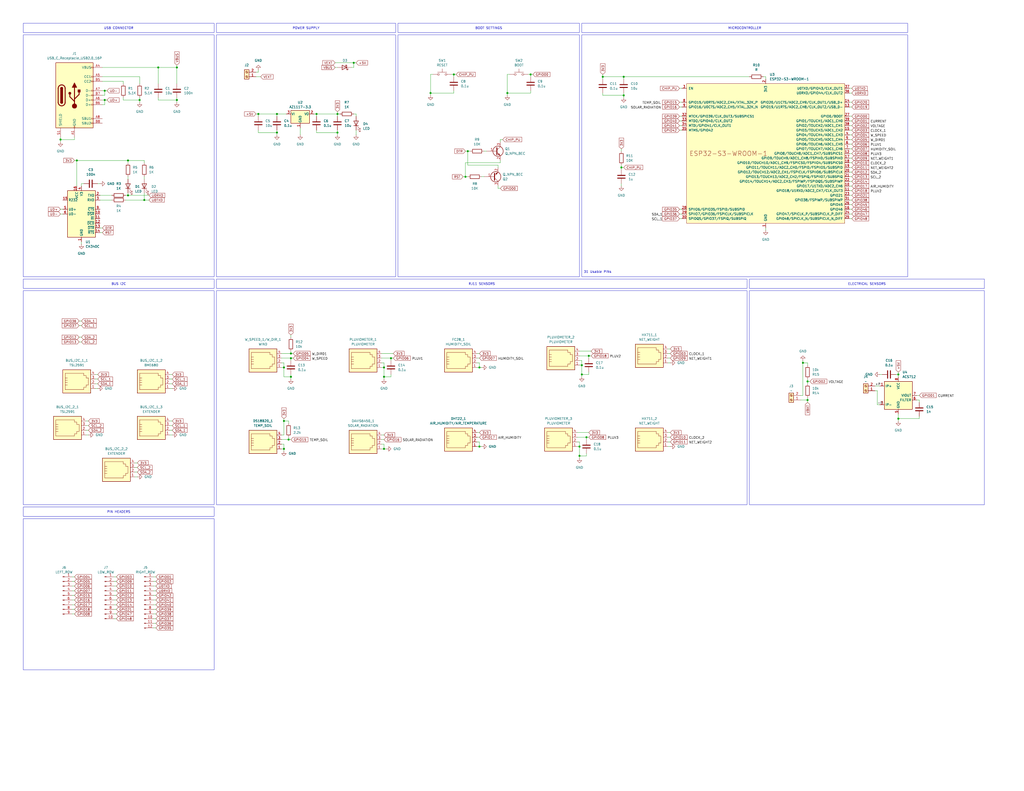
<source format=kicad_sch>
(kicad_sch (version 20250114) (generator "eeschema") (generator_version "9.0")
  (paper "C")
  (text "31 Usable PINs" (at 326.136 148.59 0) (effects (font (size 1.27 1.27))))
  (text_box "BOOT SETTINGS" (at 217.17 12.7 0) (size 99.06 5.08) (margins 0.9525 0.9525 0.9525 0.9525) (effects (font (size 1.27 1.27))))
  (text_box "" (at 12.7 158.75 0) (size 104.14 116.84) (margins 0.9525 0.9525 0.9525 0.9525) (effects (font (size 1.27 1.27)) (justify left top)))
  (text_box "" (at 118.11 19.05 0) (size 97.79 132.08) (margins 0.9525 0.9525 0.9525 0.9525) (effects (font (size 1.27 1.27))))
  (text_box "USB CONNECTOR" (at 12.7 12.7 0) (size 104.14 5.08) (margins 0.9525 0.9525 0.9525 0.9525) (effects (font (size 1.27 1.27))))
  (text_box "" (at 317.5 19.05 0) (size 177.8 132.08) (margins 0.9525 0.9525 0.9525 0.9525) (effects (font (size 1.27 1.27))))
  (text_box "" (at 12.7 283.21 0) (size 104.14 82.55) (margins 0.9525 0.9525 0.9525 0.9525) (effects (font (size 1.27 1.27)) (justify left top)))
  (text_box "RJ11 SENSORS" (at 118.11 152.4 0) (size 289.56 5.08) (margins 0.9525 0.9525 0.9525 0.9525) (effects (font (size 1.27 1.27))))
  (text_box "" (at 118.11 158.75 0) (size 289.56 116.84) (margins 0.9525 0.9525 0.9525 0.9525) (effects (font (size 1.27 1.27)) (justify left top)))
  (text_box "ELECTRICAL SENSORS" (at 408.94 152.4 0) (size 128.27 5.08) (margins 0.9525 0.9525 0.9525 0.9525) (effects (font (size 1.27 1.27))))
  (text_box "PIN HEADERS" (at 12.7 276.86 0) (size 104.14 5.08) (margins 0.9525 0.9525 0.9525 0.9525) (effects (font (size 1.27 1.27))))
  (text_box "BUS I2C" (at 12.7 152.4 0) (size 104.14 5.08) (margins 0.9525 0.9525 0.9525 0.9525) (effects (font (size 1.27 1.27))))
  (text_box "" (at 12.7 19.05 0) (size 104.14 132.08) (margins 0.9525 0.9525 0.9525 0.9525) (effects (font (size 1.27 1.27)) (justify left top)))
  (text_box "" (at 217.17 19.05 0) (size 99.06 132.08) (margins 0.9525 0.9525 0.9525 0.9525) (effects (font (size 1.27 1.27))))
  (text_box "" (at 408.94 158.75 0) (size 128.27 116.84) (margins 0.9525 0.9525 0.9525 0.9525) (effects (font (size 1.27 1.27))))
  (text_box "MICROCONTROLLER" (at 317.5 12.7 0) (size 177.8 5.08) (margins 0.9525 0.9525 0.9525 0.9525) (effects (font (size 1.27 1.27))))
  (text_box "POWER SUPPLY" (at 118.11 12.7 0) (size 97.79 5.08) (margins 0.9525 0.9525 0.9525 0.9525) (effects (font (size 1.27 1.27))))
  (junction (at 96.52 54.61))
  (junction (at 209.55 205.74))
  (junction (at 440.69 208.28))
  (junction (at 69.85 106.68))
  (junction (at 316.23 248.92))
  (junction (at 255.27 82.55))
  (junction (at 340.36 41.91))
  (junction (at 69.85 87.63))
  (junction (at 490.22 228.6))
  (junction (at 247.65 40.64))
  (junction (at 76.2 54.61))
  (junction (at 261.62 200.66))
  (junction (at 193.04 34.29))
  (junction (at 78.74 109.22))
  (junction (at 41.91 87.63))
  (junction (at 289.56 40.64))
  (junction (at 317.5 204.47))
  (junction (at 172.72 62.23))
  (junction (at 57.15 49.53))
  (junction (at 154.94 200.66))
  (junction (at 158.75 195.58))
  (junction (at 320.04 238.76))
  (junction (at 33.02 76.2))
  (junction (at 340.36 52.07))
  (junction (at 438.15 198.12))
  (junction (at 254 96.52))
  (junction (at 490.22 204.47))
  (junction (at 209.55 200.66))
  (junction (at 317.5 199.39))
  (junction (at 184.15 72.39))
  (junction (at 154.94 245.11))
  (junction (at 261.62 243.84))
  (junction (at 151.13 62.23))
  (junction (at 154.94 229.87))
  (junction (at 151.13 72.39))
  (junction (at 234.95 50.8))
  (junction (at 316.23 243.84))
  (junction (at 158.75 193.04))
  (junction (at 157.48 240.03))
  (junction (at 86.36 36.83))
  (junction (at 339.09 91.44))
  (junction (at 140.97 62.23))
  (junction (at 440.69 218.44))
  (junction (at 213.36 195.58))
  (junction (at 328.93 41.91))
  (junction (at 96.52 36.83))
  (junction (at 184.15 62.23))
  (junction (at 209.55 245.11))
  (junction (at 276.86 50.8))
  (junction (at 57.15 54.61))
  (junction (at 158.75 205.74))
  (junction (at 321.31 194.31))
  (wire (pts (xy 289.56 40.64) (xy 290.83 40.64)))
  (wire (pts (xy 68.58 109.22) (xy 78.74 109.22)))
  (wire (pts (xy 370.84 55.88) (xy 372.11 55.88)))
  (wire (pts (xy 151.13 71.12) (xy 151.13 72.39)))
  (wire (pts (xy 151.13 62.23) (xy 156.21 62.23)))
  (wire (pts (xy 43.18 186.69) (xy 44.45 186.69)))
  (wire (pts (xy 44.45 100.33) (xy 45.72 100.33)))
  (wire (pts (xy 440.69 209.55) (xy 440.69 208.28)))
  (wire (pts (xy 501.65 227.33) (xy 501.65 228.6)))
  (wire (pts (xy 62.23 325.12) (xy 63.5 325.12)))
  (wire (pts (xy 194.31 62.23) (xy 194.31 63.5)))
  (wire (pts (xy 68.58 106.68) (xy 69.85 106.68)))
  (wire (pts (xy 62.23 314.96) (xy 63.5 314.96)))
  (wire (pts (xy 52.07 212.09) (xy 53.34 212.09)))
  (wire (pts (xy 41.91 101.6) (xy 41.91 87.63)))
  (wire (pts (xy 490.22 228.6) (xy 490.22 229.87)))
  (wire (pts (xy 158.75 205.74) (xy 158.75 204.47)))
  (wire (pts (xy 370.84 63.5) (xy 372.11 63.5)))
  (wire (pts (xy 83.82 325.12) (xy 85.09 325.12)))
  (wire (pts (xy 83.82 332.74) (xy 85.09 332.74)))
  (wire (pts (xy 209.55 237.49) (xy 208.28 237.49)))
  (wire (pts (xy 260.35 241.3) (xy 261.62 241.3)))
  (wire (pts (xy 154.94 205.74) (xy 154.94 200.66)))
  (wire (pts (xy 463.55 66.04) (xy 464.82 66.04)))
  (wire (pts (xy 172.72 72.39) (xy 184.15 72.39)))
  (wire (pts (xy 463.55 68.58) (xy 464.82 68.58)))
  (wire (pts (xy 271.78 90.17) (xy 255.27 90.17)))
  (wire (pts (xy 273.05 87.63) (xy 273.05 88.9)))
  (wire (pts (xy 83.82 322.58) (xy 85.09 322.58)))
  (wire (pts (xy 261.62 195.58) (xy 260.35 195.58)))
  (wire (pts (xy 40.64 74.93) (xy 40.64 76.2)))
  (wire (pts (xy 69.85 87.63) (xy 78.74 87.63)))
  (wire (pts (xy 463.55 104.14) (xy 464.82 104.14)))
  (wire (pts (xy 501.65 215.9) (xy 500.38 215.9)))
  (wire (pts (xy 276.86 40.64) (xy 276.86 50.8)))
  (wire (pts (xy 364.49 241.3) (xy 365.76 241.3)))
  (wire (pts (xy 463.55 109.22) (xy 464.82 109.22)))
  (wire (pts (xy 182.88 34.29) (xy 193.04 34.29)))
  (wire (pts (xy 322.58 191.77) (xy 316.23 191.77)))
  (wire (pts (xy 69.85 96.52) (xy 69.85 97.79)))
  (wire (pts (xy 209.55 242.57) (xy 209.55 245.11)))
  (wire (pts (xy 86.36 54.61) (xy 96.52 54.61)))
  (wire (pts (xy 339.09 91.44) (xy 340.36 91.44)))
  (wire (pts (xy 172.72 62.23) (xy 172.72 63.5)))
  (wire (pts (xy 33.02 114.3) (xy 34.29 114.3)))
  (wire (pts (xy 78.74 109.22) (xy 81.28 109.22)))
  (wire (pts (xy 62.23 332.74) (xy 63.5 332.74)))
  (wire (pts (xy 478.79 213.36) (xy 478.79 220.98)))
  (wire (pts (xy 40.64 87.63) (xy 41.91 87.63)))
  (wire (pts (xy 261.62 200.66) (xy 260.35 200.66)))
  (wire (pts (xy 328.93 52.07) (xy 340.36 52.07)))
  (wire (pts (xy 271.78 90.17) (xy 271.78 91.44)))
  (wire (pts (xy 314.96 243.84) (xy 316.23 243.84)))
  (wire (pts (xy 500.38 218.44) (xy 501.65 218.44)))
  (wire (pts (xy 96.52 45.72) (xy 96.52 36.83)))
  (wire (pts (xy 154.94 242.57) (xy 154.94 245.11)))
  (wire (pts (xy 488.95 204.47) (xy 490.22 204.47)))
  (wire (pts (xy 209.55 198.12) (xy 209.55 200.66)))
  (wire (pts (xy 153.67 198.12) (xy 154.94 198.12)))
  (wire (pts (xy 247.65 40.64) (xy 248.92 40.64)))
  (wire (pts (xy 317.5 196.85) (xy 317.5 199.39)))
  (wire (pts (xy 54.61 106.68) (xy 60.96 106.68)))
  (wire (pts (xy 209.55 240.03) (xy 208.28 240.03)))
  (wire (pts (xy 62.23 327.66) (xy 63.5 327.66)))
  (wire (pts (xy 463.55 76.2) (xy 464.82 76.2)))
  (wire (pts (xy 39.37 314.96) (xy 40.64 314.96)))
  (wire (pts (xy 477.52 213.36) (xy 478.79 213.36)))
  (wire (pts (xy 163.83 69.85) (xy 163.83 73.66)))
  (wire (pts (xy 254 96.52) (xy 255.27 96.52)))
  (wire (pts (xy 254 88.9) (xy 254 96.52)))
  (wire (pts (xy 41.91 87.63) (xy 69.85 87.63)))
  (wire (pts (xy 78.74 88.9) (xy 78.74 87.63)))
  (wire (pts (xy 364.49 236.22) (xy 365.76 236.22)))
  (wire (pts (xy 278.13 40.64) (xy 276.86 40.64)))
  (wire (pts (xy 83.82 327.66) (xy 85.09 327.66)))
  (wire (pts (xy 273.05 88.9) (xy 254 88.9)))
  (wire (pts (xy 261.62 241.3) (xy 261.62 243.84)))
  (wire (pts (xy 73.66 252.73) (xy 74.93 252.73)))
  (wire (pts (xy 261.62 198.12) (xy 261.62 200.66)))
  (wire (pts (xy 436.88 218.44) (xy 440.69 218.44)))
  (wire (pts (xy 76.2 54.61) (xy 76.2 55.88)))
  (wire (pts (xy 463.55 93.98) (xy 464.82 93.98)))
  (wire (pts (xy 54.61 124.46) (xy 55.88 124.46)))
  (wire (pts (xy 83.82 337.82) (xy 85.09 337.82)))
  (wire (pts (xy 314.96 238.76) (xy 320.04 238.76)))
  (wire (pts (xy 247.65 49.53) (xy 247.65 50.8)))
  (wire (pts (xy 234.95 50.8) (xy 247.65 50.8)))
  (wire (pts (xy 316.23 241.3) (xy 316.23 243.84)))
  (wire (pts (xy 254 82.55) (xy 255.27 82.55)))
  (wire (pts (xy 92.71 229.87) (xy 93.98 229.87)))
  (wire (pts (xy 255.27 90.17) (xy 255.27 82.55)))
  (wire (pts (xy 69.85 106.68) (xy 69.85 105.41)))
  (wire (pts (xy 158.75 191.77) (xy 158.75 193.04)))
  (wire (pts (xy 316.23 250.19) (xy 316.23 248.92)))
  (wire (pts (xy 340.36 41.91) (xy 340.36 43.18)))
  (wire (pts (xy 321.31 194.31) (xy 321.31 195.58)))
  (wire (pts (xy 289.56 41.91) (xy 289.56 40.64)))
  (wire (pts (xy 39.37 322.58) (xy 40.64 322.58)))
  (wire (pts (xy 33.02 76.2) (xy 33.02 77.47)))
  (wire (pts (xy 139.7 41.91) (xy 142.24 41.91)))
  (wire (pts (xy 273.05 102.87) (xy 271.78 102.87)))
  (wire (pts (xy 490.22 228.6) (xy 501.65 228.6)))
  (wire (pts (xy 463.55 106.68) (xy 464.82 106.68)))
  (wire (pts (xy 463.55 86.36) (xy 464.82 86.36)))
  (wire (pts (xy 463.55 81.28) (xy 464.82 81.28)))
  (wire (pts (xy 370.84 114.3) (xy 372.11 114.3)))
  (wire (pts (xy 463.55 119.38) (xy 464.82 119.38)))
  (wire (pts (xy 83.82 342.9) (xy 85.09 342.9)))
  (wire (pts (xy 157.48 240.03) (xy 157.48 238.76)))
  (wire (pts (xy 193.04 36.83) (xy 193.04 34.29)))
  (wire (pts (xy 289.56 49.53) (xy 289.56 50.8)))
  (wire (pts (xy 76.2 53.34) (xy 76.2 54.61)))
  (wire (pts (xy 67.31 54.61) (xy 76.2 54.61)))
  (wire (pts (xy 39.37 327.66) (xy 40.64 327.66)))
  (wire (pts (xy 246.38 40.64) (xy 247.65 40.64)))
  (wire (pts (xy 463.55 78.74) (xy 464.82 78.74)))
  (wire (pts (xy 92.71 207.01) (xy 93.98 207.01)))
  (wire (pts (xy 78.74 109.22) (xy 78.74 105.41)))
  (wire (pts (xy 158.75 205.74) (xy 154.94 205.74)))
  (wire (pts (xy 209.55 198.12) (xy 208.28 198.12)))
  (wire (pts (xy 463.55 91.44) (xy 464.82 91.44)))
  (wire (pts (xy 86.36 36.83) (xy 86.36 45.72)))
  (wire (pts (xy 158.75 182.88) (xy 158.75 184.15)))
  (wire (pts (xy 255.27 82.55) (xy 256.54 82.55)))
  (wire (pts (xy 365.76 193.04) (xy 364.49 193.04)))
  (wire (pts (xy 490.22 204.47) (xy 490.22 205.74)))
  (wire (pts (xy 92.71 237.49) (xy 93.98 237.49)))
  (wire (pts (xy 171.45 62.23) (xy 172.72 62.23)))
  (wire (pts (xy 184.15 63.5) (xy 184.15 62.23)))
  (wire (pts (xy 416.56 41.91) (xy 417.83 41.91)))
  (wire (pts (xy 39.37 332.74) (xy 40.64 332.74)))
  (wire (pts (xy 52.07 204.47) (xy 53.34 204.47)))
  (wire (pts (xy 209.55 205.74) (xy 213.36 205.74)))
  (wire (pts (xy 340.36 50.8) (xy 340.36 52.07)))
  (wire (pts (xy 43.18 175.26) (xy 44.45 175.26)))
  (wire (pts (xy 92.71 212.09) (xy 93.98 212.09)))
  (wire (pts (xy 52.07 207.01) (xy 53.34 207.01)))
  (wire (pts (xy 273.05 77.47) (xy 273.05 76.2)))
  (wire (pts (xy 46.99 234.95) (xy 48.26 234.95)))
  (wire (pts (xy 209.55 245.11) (xy 210.82 245.11)))
  (wire (pts (xy 92.71 232.41) (xy 93.98 232.41)))
  (wire (pts (xy 154.94 237.49) (xy 153.67 237.49)))
  (wire (pts (xy 46.99 229.87) (xy 48.26 229.87)))
  (wire (pts (xy 53.34 100.33) (xy 54.61 100.33)))
  (wire (pts (xy 463.55 101.6) (xy 464.82 101.6)))
  (wire (pts (xy 62.23 335.28) (xy 63.5 335.28)))
  (wire (pts (xy 463.55 48.26) (xy 464.82 48.26)))
  (wire (pts (xy 55.88 54.61) (xy 57.15 54.61)))
  (wire (pts (xy 370.84 58.42) (xy 372.11 58.42)))
  (wire (pts (xy 463.55 55.88) (xy 464.82 55.88)))
  (wire (pts (xy 463.55 99.06) (xy 464.82 99.06)))
  (wire (pts (xy 158.75 195.58) (xy 153.67 195.58)))
  (wire (pts (xy 463.55 111.76) (xy 464.82 111.76)))
  (wire (pts (xy 271.78 102.87) (xy 271.78 101.6)))
  (wire (pts (xy 417.83 41.91) (xy 417.83 43.18)))
  (wire (pts (xy 33.02 116.84) (xy 34.29 116.84)))
  (wire (pts (xy 234.95 40.64) (xy 234.95 50.8)))
  (wire (pts (xy 440.69 208.28) (xy 440.69 207.01)))
  (wire (pts (xy 83.82 320.04) (xy 85.09 320.04)))
  (wire (pts (xy 62.23 322.58) (xy 63.5 322.58)))
  (wire (pts (xy 43.18 184.15) (xy 44.45 184.15)))
  (wire (pts (xy 96.52 53.34) (xy 96.52 54.61)))
  (wire (pts (xy 328.93 41.91) (xy 340.36 41.91)))
  (wire (pts (xy 316.23 199.39) (xy 317.5 199.39)))
  (wire (pts (xy 96.52 54.61) (xy 96.52 55.88)))
  (wire (pts (xy 480.06 204.47) (xy 481.33 204.47)))
  (wire (pts (xy 62.23 320.04) (xy 63.5 320.04)))
  (wire (pts (xy 317.5 196.85) (xy 316.23 196.85)))
  (wire (pts (xy 440.69 199.39) (xy 440.69 198.12)))
  (wire (pts (xy 438.15 198.12) (xy 438.15 196.85)))
  (wire (pts (xy 140.97 72.39) (xy 151.13 72.39)))
  (wire (pts (xy 365.76 198.12) (xy 364.49 198.12)))
  (wire (pts (xy 57.15 49.53) (xy 57.15 52.07)))
  (wire (pts (xy 78.74 96.52) (xy 78.74 97.79)))
  (wire (pts (xy 33.02 74.93) (xy 33.02 76.2)))
  (wire (pts (xy 39.37 317.5) (xy 40.64 317.5)))
  (wire (pts (xy 490.22 203.2) (xy 490.22 204.47)))
  (wire (pts (xy 208.28 200.66) (xy 209.55 200.66)))
  (wire (pts (xy 151.13 63.5) (xy 151.13 62.23)))
  (wire (pts (xy 39.37 320.04) (xy 40.64 320.04)))
  (wire (pts (xy 501.65 218.44) (xy 501.65 219.71)))
  (wire (pts (xy 172.72 71.12) (xy 172.72 72.39)))
  (wire (pts (xy 67.31 53.34) (xy 67.31 54.61)))
  (wire (pts (xy 154.94 229.87) (xy 154.94 237.49)))
  (wire (pts (xy 55.88 44.45) (xy 67.31 44.45)))
  (wire (pts (xy 370.84 71.12) (xy 372.11 71.12)))
  (wire (pts (xy 247.65 41.91) (xy 247.65 40.64)))
  (wire (pts (xy 43.18 177.8) (xy 44.45 177.8)))
  (wire (pts (xy 154.94 245.11) (xy 154.94 246.38)))
  (wire (pts (xy 320.04 238.76) (xy 321.31 238.76)))
  (wire (pts (xy 340.36 52.07) (xy 340.36 53.34)))
  (wire (pts (xy 172.72 62.23) (xy 184.15 62.23)))
  (wire (pts (xy 339.09 91.44) (xy 339.09 90.17)))
  (wire (pts (xy 440.69 218.44) (xy 440.69 217.17)))
  (wire (pts (xy 260.35 198.12) (xy 261.62 198.12)))
  (wire (pts (xy 317.5 199.39) (xy 317.5 204.47)))
  (wire (pts (xy 55.88 36.83) (xy 86.36 36.83)))
  (wire (pts (xy 54.61 109.22) (xy 60.96 109.22)))
  (wire (pts (xy 140.97 39.37) (xy 140.97 38.1)))
  (wire (pts (xy 52.07 209.55) (xy 53.34 209.55)))
  (wire (pts (xy 463.55 96.52) (xy 464.82 96.52)))
  (wire (pts (xy 154.94 200.66) (xy 153.67 200.66)))
  (wire (pts (xy 76.2 41.91) (xy 76.2 45.72)))
  (wire (pts (xy 191.77 36.83) (xy 193.04 36.83)))
  (wire (pts (xy 57.15 54.61) (xy 57.15 57.15)))
  (wire (pts (xy 440.69 208.28) (xy 441.96 208.28)))
  (wire (pts (xy 39.37 335.28) (xy 40.64 335.28)))
  (wire (pts (xy 440.69 219.71) (xy 440.69 218.44)))
  (wire (pts (xy 55.88 49.53) (xy 57.15 49.53)))
  (wire (pts (xy 96.52 35.56) (xy 96.52 36.83)))
  (wire (pts (xy 184.15 71.12) (xy 184.15 72.39)))
  (wire (pts (xy 62.23 330.2) (xy 63.5 330.2)))
  (wire (pts (xy 69.85 106.68) (xy 81.28 106.68)))
  (wire (pts (xy 154.94 228.6) (xy 154.94 229.87)))
  (wire (pts (xy 73.66 260.35) (xy 74.93 260.35)))
  (wire (pts (xy 316.23 241.3) (xy 314.96 241.3)))
  (wire (pts (xy 57.15 49.53) (xy 58.42 49.53)))
  (wire (pts (xy 234.95 52.07) (xy 234.95 50.8)))
  (wire (pts (xy 39.37 325.12) (xy 40.64 325.12)))
  (wire (pts (xy 153.67 242.57) (xy 154.94 242.57)))
  (wire (pts (xy 339.09 92.71) (xy 339.09 91.44)))
  (wire (pts (xy 73.66 255.27) (xy 74.93 255.27)))
  (wire (pts (xy 288.29 40.64) (xy 289.56 40.64)))
  (wire (pts (xy 55.88 41.91) (xy 76.2 41.91)))
  (wire (pts (xy 477.52 210.82) (xy 480.06 210.82)))
  (wire (pts (xy 370.84 116.84) (xy 372.11 116.84)))
  (wire (pts (xy 463.55 73.66) (xy 464.82 73.66)))
  (wire (pts (xy 158.75 196.85) (xy 158.75 195.58)))
  (wire (pts (xy 73.66 257.81) (xy 74.93 257.81)))
  (wire (pts (xy 320.04 248.92) (xy 320.04 247.65)))
  (wire (pts (xy 438.15 198.12) (xy 440.69 198.12)))
  (wire (pts (xy 365.76 238.76) (xy 364.49 238.76)))
  (wire (pts (xy 273.05 76.2) (xy 274.32 76.2)))
  (wire (pts (xy 463.55 63.5) (xy 464.82 63.5)))
  (wire (pts (xy 140.97 62.23) (xy 151.13 62.23)))
  (wire (pts (xy 321.31 236.22) (xy 314.96 236.22)))
  (wire (pts (xy 370.84 66.04) (xy 372.11 66.04)))
  (wire (pts (xy 83.82 314.96) (xy 85.09 314.96)))
  (wire (pts (xy 213.36 205.74) (xy 213.36 204.47)))
  (wire (pts (xy 208.28 195.58) (xy 213.36 195.58)))
  (wire (pts (xy 339.09 101.6) (xy 339.09 100.33)))
  (wire (pts (xy 182.88 36.83) (xy 184.15 36.83)))
  (wire (pts (xy 289.56 50.8) (xy 276.86 50.8)))
  (wire (pts (xy 364.49 190.5) (xy 365.76 190.5)))
  (wire (pts (xy 139.7 39.37) (xy 140.97 39.37)))
  (wire (pts (xy 417.83 124.46) (xy 417.83 125.73)))
  (wire (pts (xy 276.86 50.8) (xy 276.86 52.07)))
  (wire (pts (xy 39.37 330.2) (xy 40.64 330.2)))
  (wire (pts (xy 140.97 63.5) (xy 140.97 62.23)))
  (wire (pts (xy 261.62 243.84) (xy 262.89 243.84)))
  (wire (pts (xy 160.02 193.04) (xy 158.75 193.04)))
  (wire (pts (xy 86.36 53.34) (xy 86.36 54.61)))
  (wire (pts (xy 317.5 205.74) (xy 317.5 204.47)))
  (wire (pts (xy 262.89 96.52) (xy 264.16 96.52)))
  (wire (pts (xy 153.67 240.03) (xy 157.48 240.03)))
  (wire (pts (xy 184.15 72.39) (xy 184.15 73.66)))
  (wire (pts (xy 44.45 132.08) (xy 44.45 133.35)))
  (wire (pts (xy 92.71 204.47) (xy 93.98 204.47)))
  (wire (pts (xy 208.28 245.11) (xy 209.55 245.11)))
  (wire (pts (xy 184.15 60.96) (xy 184.15 62.23)))
  (wire (pts (xy 40.64 76.2) (xy 33.02 76.2)))
  (wire (pts (xy 463.55 58.42) (xy 464.82 58.42)))
  (wire (pts (xy 55.88 57.15) (xy 57.15 57.15)))
  (wire (pts (xy 83.82 330.2) (xy 85.09 330.2)))
  (wire (pts (xy 83.82 317.5) (xy 85.09 317.5)))
  (wire (pts (xy 339.09 81.28) (xy 339.09 82.55)))
  (wire (pts (xy 364.49 195.58) (xy 365.76 195.58)))
  (wire (pts (xy 140.97 71.12) (xy 140.97 72.39)))
  (wire (pts (xy 83.82 340.36) (xy 85.09 340.36)))
  (wire (pts (xy 193.04 34.29) (xy 194.31 34.29)))
  (wire (pts (xy 316.23 194.31) (xy 321.31 194.31)))
  (wire (pts (xy 62.23 317.5) (xy 63.5 317.5)))
  (wire (pts (xy 463.55 88.9) (xy 464.82 88.9)))
  (wire (pts (xy 46.99 237.49) (xy 48.26 237.49)))
  (wire (pts (xy 328.93 43.18) (xy 328.93 41.91)))
  (wire (pts (xy 213.36 195.58) (xy 214.63 195.58)))
  (wire (pts (xy 463.55 50.8) (xy 464.82 50.8)))
  (wire (pts (xy 321.31 194.31) (xy 322.58 194.31)))
  (wire (pts (xy 154.94 229.87) (xy 157.48 229.87)))
  (wire (pts (xy 154.94 198.12) (xy 154.94 200.66)))
  (wire (pts (xy 316.23 243.84) (xy 316.23 248.92)))
  (wire (pts (xy 92.71 209.55) (xy 93.98 209.55)))
  (wire (pts (xy 160.02 195.58) (xy 158.75 195.58)))
  (wire (pts (xy 209.55 200.66) (xy 209.55 205.74)))
  (wire (pts (xy 214.63 193.04) (xy 208.28 193.04)))
  (wire (pts (xy 139.7 62.23) (xy 140.97 62.23)))
  (wire (pts (xy 44.45 101.6) (xy 44.45 100.33)))
  (wire (pts (xy 260.35 243.84) (xy 261.62 243.84)))
  (wire (pts (xy 365.76 243.84) (xy 364.49 243.84)))
  (wire (pts (xy 370.84 48.26) (xy 372.11 48.26)))
  (wire (pts (xy 213.36 195.58) (xy 213.36 196.85)))
  (wire (pts (xy 54.61 127) (xy 55.88 127)))
  (wire (pts (xy 69.85 87.63) (xy 69.85 88.9)))
  (wire (pts (xy 370.84 119.38) (xy 372.11 119.38)))
  (wire (pts (xy 209.55 207.01) (xy 209.55 205.74)))
  (wire (pts (xy 151.13 72.39) (xy 151.13 73.66)))
  (wire (pts (xy 328.93 40.64) (xy 328.93 41.91)))
  (wire (pts (xy 436.88 215.9) (xy 438.15 215.9)))
  (wire (pts (xy 320.04 238.76) (xy 320.04 240.03)))
  (wire (pts (xy 408.94 41.91) (xy 340.36 41.91)))
  (wire (pts (xy 463.55 116.84) (xy 464.82 116.84)))
  (wire (pts (xy 55.88 52.07) (xy 57.15 52.07)))
  (wire (pts (xy 316.23 248.92) (xy 320.04 248.92)))
  (wire (pts (xy 321.31 204.47) (xy 321.31 203.2)))
  (wire (pts (xy 370.84 68.58) (xy 372.11 68.58)))
  (wire (pts (xy 62.23 337.82) (xy 63.5 337.82)))
  (wire (pts (xy 158.75 207.01) (xy 158.75 205.74)))
  (wire (pts (xy 86.36 36.83) (xy 96.52 36.83)))
  (wire (pts (xy 328.93 50.8) (xy 328.93 52.07)))
  (wire (pts (xy 193.04 62.23) (xy 194.31 62.23)))
  (wire (pts (xy 463.55 114.3) (xy 464.82 114.3)))
  (wire (pts (xy 262.89 200.66) (xy 261.62 200.66)))
  (wire (pts (xy 463.55 71.12) (xy 464.82 71.12)))
  (wire (pts (xy 157.48 240.03) (xy 158.75 240.03)))
  (wire (pts (xy 46.99 232.41) (xy 48.26 232.41)))
  (wire (pts (xy 208.28 242.57) (xy 209.55 242.57)))
  (wire (pts (xy 264.16 82.55) (xy 265.43 82.55)))
  (wire (pts (xy 260.35 236.22) (xy 261.62 236.22)))
  (wire (pts (xy 158.75 193.04) (xy 153.67 193.04)))
  (wire (pts (xy 463.55 83.82) (xy 464.82 83.82)))
  (wire (pts (xy 317.5 204.47) (xy 321.31 204.47)))
  (wire (pts (xy 92.71 234.95) (xy 93.98 234.95)))
  (wire (pts (xy 157.48 231.14) (xy 157.48 229.87)))
  (wire (pts (xy 184.15 62.23) (xy 185.42 62.23)))
  (wire (pts (xy 57.15 54.61) (xy 58.42 54.61)))
  (wire (pts (xy 261.62 193.04) (xy 260.35 193.04)))
  (wire (pts (xy 490.22 226.06) (xy 490.22 228.6)))
  (wire (pts (xy 83.82 335.28) (xy 85.09 335.28)))
  (wire (pts (xy 67.31 44.45) (xy 67.31 45.72)))
  (wire (pts (xy 194.31 71.12) (xy 194.31 73.66)))
  (wire (pts (xy 478.79 220.98) (xy 480.06 220.98)))
  (wire (pts (xy 438.15 215.9) (xy 438.15 198.12)))
  (wire (pts (xy 260.35 238.76) (xy 261.62 238.76)))
  (wire (pts (xy 236.22 40.64) (xy 234.95 40.64)))
  (wire (pts (xy 153.67 245.11) (xy 154.94 245.11)))
  (wire (pts (xy 252.73 96.52) (xy 254 96.52)))
  (label "PLUV3" (at 331.47 240.03 0))
  (label "NET_WEIGHT1" (at 474.98 87.63 0))
  (label "+P" (at 477.52 210.82 0))
  (label "PLUV2" (at 332.74 195.58 0))
  (label "CURRENT" (at 474.98 67.31 0))
  (label "W_DIR01" (at 170.18 194.31 0))
  (label "CLOCK_2" (at 474.98 90.17 0))
  (label "CURRENT" (at 511.81 217.17 0))
  (label "PLUV3" (at 474.98 85.09 0))
  (label "TEMP_SOIL" (at 350.52 57.15 0))
  (label "CLOCK_2" (at 375.92 240.03 0))
  (label "W_SPEED" (at 474.98 74.93 0))
  (label "CLOCK_1" (at 474.98 72.39 0))
  (label "AIR_HUMIDITY" (at 271.78 240.03 0))
  (label "TEMP_SOIL" (at 168.91 241.3 0))
  (label "NET_WEIGHT2" (at 375.92 242.57 0))
  (label "VOLTAGE" (at 452.12 209.55 0))
  (label "SCL_2" (at 474.98 97.79 0))
  (label "HUMIDITY_SOIL" (at 271.78 196.85 0))
  (label "SDA_2" (at 474.98 95.25 0))
  (label "VOLTAGE" (at 474.98 69.85 0))
  (label "PLUV1" (at 474.98 80.01 0))
  (label "SOLAR_RADIATION" (at 344.17 59.69 0))
  (label "PLUV1" (at 224.79 196.85 0))
  (label "CLOCK_1" (at 375.92 194.31 0))
  (label "AIR_HUMIDITY" (at 474.98 102.87 0))
  (label "W_SPEED" (at 170.18 196.85 0))
  (label "W_DIR01" (at 474.98 77.47 0))
  (label "PLUV2" (at 474.98 105.41 0))
  (label "SOLAR_RADIATION" (at 219.71 241.3 0))
  (label "HUMIDITY_SOIL" (at 474.98 82.55 0))
  (label "SCL_1" (at 355.6 120.65 0))
  (label "-P" (at 478.79 220.98 0))
  (label "NET_WEIGHT1" (at 375.92 196.85 0))
  (label "SDA_1" (at 355.6 118.11 0))
  (label "NET_WEIGHT2" (at 474.98 92.71 0))
  (global_label "GPIO15" (shape input) (at 40.64 325.12 0) (property "Intersheetrefs" "${INTERSHEET_REFS}" (effects (hide yes))))
  (global_label "GPIO04" (shape input) (at 160.02 195.58 0) (property "Intersheetrefs" "${INTERSHEET_REFS}" (effects (hide yes))))
  (global_label "GPIO17" (shape input) (at 464.82 101.6 0) (property "Intersheetrefs" "${INTERSHEET_REFS}" (effects (hide yes))))
  (global_label "GPIO17" (shape input) (at 261.62 238.76 0) (property "Intersheetrefs" "${INTERSHEET_REFS}" (effects (hide yes))))
  (global_label "GPIO08" (shape input) (at 321.31 238.76 0) (property "Intersheetrefs" "${INTERSHEET_REFS}" (effects (hide yes))))
  (global_label "GPIO00" (shape input) (at 273.05 102.87 0) (property "Intersheetrefs" "${INTERSHEET_REFS}" (effects (hide yes))))
  (global_label "GPIO48" (shape input) (at 464.82 119.38 0) (property "Intersheetrefs" "${INTERSHEET_REFS}" (effects (hide yes))))
  (global_label "GPIO11" (shape input) (at 365.76 241.3 0) (property "Intersheetrefs" "${INTERSHEET_REFS}" (effects (hide yes))))
  (global_label "SCL_1" (shape input) (at 93.98 232.41 0) (property "Intersheetrefs" "${INTERSHEET_REFS}" (effects (hide yes))))
  (global_label "GPIO37" (shape input) (at 43.18 177.8 180) (property "Intersheetrefs" "${INTERSHEET_REFS}" (effects (hide yes))))
  (global_label "GPIO04" (shape input) (at 40.64 314.96 0) (property "Intersheetrefs" "${INTERSHEET_REFS}" (effects (hide yes))))
  (global_label "GPIO07" (shape input) (at 40.64 322.58 0) (property "Intersheetrefs" "${INTERSHEET_REFS}" (effects (hide yes))))
  (global_label "DTR" (shape input) (at 254 82.55 180) (property "Intersheetrefs" "${INTERSHEET_REFS}" (effects (hide yes))))
  (global_label "GPIO38" (shape input) (at 85.09 335.28 0) (property "Intersheetrefs" "${INTERSHEET_REFS}" (effects (hide yes))))
  (global_label "GPIO01" (shape input) (at 85.09 314.96 0) (property "Intersheetrefs" "${INTERSHEET_REFS}" (effects (hide yes))))
  (global_label "GPIO16" (shape input) (at 209.55 240.03 0) (property "Intersheetrefs" "${INTERSHEET_REFS}" (effects (hide yes))))
  (global_label "3V3" (shape input) (at 261.62 236.22 0) (property "Intersheetrefs" "${INTERSHEET_REFS}" (effects (hide yes))))
  (global_label "CHIP_PU" (shape input) (at 370.84 48.26 180) (property "Intersheetrefs" "${INTERSHEET_REFS}" (effects (hide yes))))
  (global_label "GPIO18" (shape input) (at 322.58 194.31 0) (property "Intersheetrefs" "${INTERSHEET_REFS}" (effects (hide yes))))
  (global_label "3V3" (shape input) (at 339.09 81.28 90) (property "Intersheetrefs" "${INTERSHEET_REFS}" (effects (hide yes))))
  (global_label "SCL_2" (shape input) (at 44.45 186.69 0) (property "Intersheetrefs" "${INTERSHEET_REFS}" (effects (hide yes))))
  (global_label "SDA_1" (shape input) (at 93.98 209.55 0) (property "Intersheetrefs" "${INTERSHEET_REFS}" (effects (hide yes))))
  (global_label "GPIO02" (shape input) (at 464.82 68.58 0) (property "Intersheetrefs" "${INTERSHEET_REFS}" (effects (hide yes))))
  (global_label "+5V" (shape input) (at 194.31 34.29 0) (property "Intersheetrefs" "${INTERSHEET_REFS}" (effects (hide yes))))
  (global_label "GPIO16" (shape input) (at 40.64 327.66 0) (property "Intersheetrefs" "${INTERSHEET_REFS}" (effects (hide yes))))
  (global_label "3V3" (shape input) (at 74.93 252.73 0) (property "Intersheetrefs" "${INTERSHEET_REFS}" (effects (hide yes))))
  (global_label "GPIO35" (shape input) (at 85.09 342.9 0) (property "Intersheetrefs" "${INTERSHEET_REFS}" (effects (hide yes))))
  (global_label "U0TXD" (shape input) (at 85.09 320.04 0) (property "Intersheetrefs" "${INTERSHEET_REFS}" (effects (hide yes))))
  (global_label "3V3" (shape input) (at 328.93 40.64 90) (property "Intersheetrefs" "${INTERSHEET_REFS}" (effects (hide yes))))
  (global_label "GPIO02" (shape input) (at 441.96 208.28 0) (property "Intersheetrefs" "${INTERSHEET_REFS}" (effects (hide yes))))
  (global_label "3V3" (shape input) (at 93.98 204.47 0) (property "Intersheetrefs" "${INTERSHEET_REFS}" (effects (hide yes))))
  (global_label "GPIO47" (shape input) (at 63.5 335.28 0) (property "Intersheetrefs" "${INTERSHEET_REFS}" (effects (hide yes))))
  (global_label "GPIO40" (shape input) (at 85.09 330.2 0) (property "Intersheetrefs" "${INTERSHEET_REFS}" (effects (hide yes))))
  (global_label "GPIO13" (shape input) (at 63.5 327.66 0) (property "Intersheetrefs" "${INTERSHEET_REFS}" (effects (hide yes))))
  (global_label "GPIO36" (shape input) (at 43.18 175.26 180) (property "Intersheetrefs" "${INTERSHEET_REFS}" (effects (hide yes))))
  (global_label "SDA_1" (shape input) (at 44.45 175.26 0) (property "Intersheetrefs" "${INTERSHEET_REFS}" (effects (hide yes))))
  (global_label "3V3" (shape input) (at 322.58 191.77 0) (property "Intersheetrefs" "${INTERSHEET_REFS}" (effects (hide yes))))
  (global_label "SCL_2" (shape input) (at 74.93 255.27 0) (property "Intersheetrefs" "${INTERSHEET_REFS}" (effects (hide yes))))
  (global_label "UD+" (shape input) (at 33.02 114.3 180) (property "Intersheetrefs" "${INTERSHEET_REFS}" (effects (hide yes))))
  (global_label "GPIO15" (shape input) (at 370.84 55.88 180) (property "Intersheetrefs" "${INTERSHEET_REFS}" (effects (hide yes))))
  (global_label "GPIO05" (shape input) (at 40.64 317.5 0) (property "Intersheetrefs" "${INTERSHEET_REFS}" (effects (hide yes))))
  (global_label "GPIO35" (shape input) (at 370.84 114.3 180) (property "Intersheetrefs" "${INTERSHEET_REFS}" (effects (hide yes))))
  (global_label "RST" (shape input) (at 252.73 96.52 180) (property "Intersheetrefs" "${INTERSHEET_REFS}" (effects (hide yes))))
  (global_label "GPIO05" (shape input) (at 464.82 76.2 0) (property "Intersheetrefs" "${INTERSHEET_REFS}" (effects (hide yes))))
  (global_label "CHIP_PU" (shape input) (at 340.36 91.44 0) (property "Intersheetrefs" "${INTERSHEET_REFS}" (effects (hide yes))))
  (global_label "GPIO39" (shape input) (at 85.09 332.74 0) (property "Intersheetrefs" "${INTERSHEET_REFS}" (effects (hide yes))))
  (global_label "SCL_1" (shape input) (at 44.45 177.8 0) (property "Intersheetrefs" "${INTERSHEET_REFS}" (effects (hide yes))))
  (global_label "GPIO08" (shape input) (at 40.64 335.28 0) (property "Intersheetrefs" "${INTERSHEET_REFS}" (effects (hide yes))))
  (global_label "GPIO40" (shape input) (at 370.84 66.04 180) (property "Intersheetrefs" "${INTERSHEET_REFS}" (effects (hide yes))))
  (global_label "U0RXD" (shape input) (at 81.28 106.68 0) (property "Intersheetrefs" "${INTERSHEET_REFS}" (effects (hide yes))))
  (global_label "UD-" (shape input) (at 58.42 49.53 0) (property "Intersheetrefs" "${INTERSHEET_REFS}" (effects (hide yes))))
  (global_label "GPIO19" (shape input) (at 464.82 58.42 0) (property "Intersheetrefs" "${INTERSHEET_REFS}" (effects (hide yes))))
  (global_label "GPIO16" (shape input) (at 370.84 58.42 180) (property "Intersheetrefs" "${INTERSHEET_REFS}" (effects (hide yes))))
  (global_label "GPIO01" (shape input) (at 501.65 215.9 0) (property "Intersheetrefs" "${INTERSHEET_REFS}" (effects (hide yes))))
  (global_label "GPIO09" (shape input) (at 365.76 195.58 0) (property "Intersheetrefs" "${INTERSHEET_REFS}" (effects (hide yes))))
  (global_label "SDA_2" (shape input) (at 44.45 184.15 0) (property "Intersheetrefs" "${INTERSHEET_REFS}" (effects (hide yes))))
  (global_label "3V3" (shape input) (at 184.15 60.96 90) (property "Intersheetrefs" "${INTERSHEET_REFS}" (effects (hide yes))))
  (global_label "3V3" (shape input) (at 158.75 182.88 90) (property "Intersheetrefs" "${INTERSHEET_REFS}" (effects (hide yes))))
  (global_label "GPIO09" (shape input) (at 464.82 86.36 0) (property "Intersheetrefs" "${INTERSHEET_REFS}" (effects (hide yes))))
  (global_label "UD-" (shape input) (at 33.02 116.84 180) (property "Intersheetrefs" "${INTERSHEET_REFS}" (effects (hide yes))))
  (global_label "GPIO20" (shape input) (at 464.82 55.88 0) (property "Intersheetrefs" "${INTERSHEET_REFS}" (effects (hide yes))))
  (global_label "GPIO12" (shape input) (at 43.18 184.15 180) (property "Intersheetrefs" "${INTERSHEET_REFS}" (effects (hide yes))))
  (global_label "GPIO00" (shape input) (at 290.83 40.64 0) (property "Intersheetrefs" "${INTERSHEET_REFS}" (effects (hide yes))))
  (global_label "SDA_1" (shape input) (at 93.98 234.95 0) (property "Intersheetrefs" "${INTERSHEET_REFS}" (effects (hide yes))))
  (global_label "GPIO36" (shape input) (at 370.84 116.84 180) (property "Intersheetrefs" "${INTERSHEET_REFS}" (effects (hide yes))))
  (global_label "GPIO14" (shape input) (at 464.82 99.06 0) (property "Intersheetrefs" "${INTERSHEET_REFS}" (effects (hide yes))))
  (global_label "GPIO03" (shape input) (at 365.76 193.04 0) (property "Intersheetrefs" "${INTERSHEET_REFS}" (effects (hide yes))))
  (global_label "GPIO37" (shape input) (at 370.84 119.38 180) (property "Intersheetrefs" "${INTERSHEET_REFS}" (effects (hide yes))))
  (global_label "GPIO47" (shape input) (at 464.82 116.84 0) (property "Intersheetrefs" "${INTERSHEET_REFS}" (effects (hide yes))))
  (global_label "GPIO42" (shape input) (at 85.09 325.12 0) (property "Intersheetrefs" "${INTERSHEET_REFS}" (effects (hide yes))))
  (global_label "SDA_2" (shape input) (at 48.26 234.95 0) (property "Intersheetrefs" "${INTERSHEET_REFS}" (effects (hide yes))))
  (global_label "VEXT" (shape input) (at 142.24 41.91 0) (property "Intersheetrefs" "${INTERSHEET_REFS}" (effects (hide yes))))
  (global_label "GPIO12" (shape input) (at 464.82 93.98 0) (property "Intersheetrefs" "${INTERSHEET_REFS}" (effects (hide yes))))
  (global_label "GPIO13" (shape input) (at 464.82 96.52 0) (property "Intersheetrefs" "${INTERSHEET_REFS}" (effects (hide yes))))
  (global_label "GPIO36" (shape input) (at 85.09 340.36 0) (property "Intersheetrefs" "${INTERSHEET_REFS}" (effects (hide yes))))
  (global_label "3V3" (shape input) (at 40.64 87.63 180) (property "Intersheetrefs" "${INTERSHEET_REFS}" (effects (hide yes))))
  (global_label "GPIO01" (shape input) (at 464.82 66.04 0) (property "Intersheetrefs" "${INTERSHEET_REFS}" (effects (hide yes))))
  (global_label "GPIO11" (shape input) (at 464.82 91.44 0) (property "Intersheetrefs" "${INTERSHEET_REFS}" (effects (hide yes))))
  (global_label "U0RXD" (shape input) (at 464.82 50.8 0) (property "Intersheetrefs" "${INTERSHEET_REFS}" (effects (hide yes))))
  (global_label "SDA_1" (shape input) (at 53.34 209.55 0) (property "Intersheetrefs" "${INTERSHEET_REFS}" (effects (hide yes))))
  (global_label "GPIO37" (shape input) (at 85.09 337.82 0) (property "Intersheetrefs" "${INTERSHEET_REFS}" (effects (hide yes))))
  (global_label "3V3" (shape input) (at 261.62 193.04 0) (property "Intersheetrefs" "${INTERSHEET_REFS}" (effects (hide yes))))
  (global_label "3V3" (shape input) (at 365.76 236.22 0) (property "Intersheetrefs" "${INTERSHEET_REFS}" (effects (hide yes))))
  (global_label "GPIO45" (shape input) (at 464.82 111.76 0) (property "Intersheetrefs" "${INTERSHEET_REFS}" (effects (hide yes))))
  (global_label "GPIO21" (shape input) (at 63.5 332.74 0) (property "Intersheetrefs" "${INTERSHEET_REFS}" (effects (hide yes))))
  (global_label "GPIO07" (shape input) (at 464.82 81.28 0) (property "Intersheetrefs" "${INTERSHEET_REFS}" (effects (hide yes))))
  (global_label "GPIO12" (shape input) (at 63.5 325.12 0) (property "Intersheetrefs" "${INTERSHEET_REFS}" (effects (hide yes))))
  (global_label "VBUS" (shape input) (at 182.88 36.83 180) (property "Intersheetrefs" "${INTERSHEET_REFS}" (effects (hide yes))))
  (global_label "RST" (shape input) (at 55.88 127 0) (property "Intersheetrefs" "${INTERSHEET_REFS}" (effects (hide yes))))
  (global_label "GPIO15" (shape input) (at 158.75 240.03 0) (property "Intersheetrefs" "${INTERSHEET_REFS}" (effects (hide yes))))
  (global_label "GPIO06" (shape input) (at 214.63 195.58 0) (property "Intersheetrefs" "${INTERSHEET_REFS}" (effects (hide yes))))
  (global_label "+5V" (shape input) (at 139.7 62.23 180) (property "Intersheetrefs" "${INTERSHEET_REFS}" (effects (hide yes))))
  (global_label "GPIO48" (shape input) (at 63.5 337.82 0) (property "Intersheetrefs" "${INTERSHEET_REFS}" (effects (hide yes))))
  (global_label "VBUS" (shape input) (at 96.52 35.56 90) (property "Intersheetrefs" "${INTERSHEET_REFS}" (effects (hide yes))))
  (global_label "GPIO46" (shape input) (at 464.82 114.3 0) (property "Intersheetrefs" "${INTERSHEET_REFS}" (effects (hide yes))))
  (global_label "GPIO04" (shape input) (at 464.82 73.66 0) (property "Intersheetrefs" "${INTERSHEET_REFS}" (effects (hide yes))))
  (global_label "GPIO09" (shape input) (at 63.5 317.5 0) (property "Intersheetrefs" "${INTERSHEET_REFS}" (effects (hide yes))))
  (global_label "CHIP_PU" (shape input) (at 248.92 40.64 0) (property "Intersheetrefs" "${INTERSHEET_REFS}" (effects (hide yes))))
  (global_label "GPIO18" (shape input) (at 40.64 332.74 0) (property "Intersheetrefs" "${INTERSHEET_REFS}" (effects (hide yes))))
  (global_label "VEXT" (shape input) (at 182.88 34.29 180) (property "Intersheetrefs" "${INTERSHEET_REFS}" (effects (hide yes))))
  (global_label "SCL_2" (shape input) (at 48.26 232.41 0) (property "Intersheetrefs" "${INTERSHEET_REFS}" (effects (hide yes))))
  (global_label "GPIO02" (shape input) (at 85.09 317.5 0) (property "Intersheetrefs" "${INTERSHEET_REFS}" (effects (hide yes))))
  (global_label "3V3" (shape input) (at 209.55 237.49 0) (property "Intersheetrefs" "${INTERSHEET_REFS}" (effects (hide yes))))
  (global_label "SCL_1" (shape input) (at 53.34 207.01 0) (property "Intersheetrefs" "${INTERSHEET_REFS}" (effects (hide yes))))
  (global_label "GPIO13" (shape input) (at 43.18 186.69 180) (property "Intersheetrefs" "${INTERSHEET_REFS}" (effects (hide yes))))
  (global_label "GPIO14" (shape input) (at 63.5 330.2 0) (property "Intersheetrefs" "${INTERSHEET_REFS}" (effects (hide yes))))
  (global_label "+5V" (shape input) (at 490.22 203.2 90) (property "Intersheetrefs" "${INTERSHEET_REFS}" (effects (hide yes))))
  (global_label "UD+" (shape input) (at 58.42 54.61 0) (property "Intersheetrefs" "${INTERSHEET_REFS}" (effects (hide yes))))
  (global_label "3V3" (shape input) (at 365.76 190.5 0) (property "Intersheetrefs" "${INTERSHEET_REFS}" (effects (hide yes))))
  (global_label "GPIO03" (shape input) (at 464.82 71.12 0) (property "Intersheetrefs" "${INTERSHEET_REFS}" (effects (hide yes))))
  (global_label "GPIO41" (shape input) (at 370.84 68.58 180) (property "Intersheetrefs" "${INTERSHEET_REFS}" (effects (hide yes))))
  (global_label "GPIO10" (shape input) (at 63.5 320.04 0) (property "Intersheetrefs" "${INTERSHEET_REFS}" (effects (hide yes))))
  (global_label "U0RXD" (shape input) (at 85.09 322.58 0) (property "Intersheetrefs" "${INTERSHEET_REFS}" (effects (hide yes))))
  (global_label "U0TXD" (shape input) (at 464.82 48.26 0) (property "Intersheetrefs" "${INTERSHEET_REFS}" (effects (hide yes))))
  (global_label "GPIO41" (shape input) (at 85.09 327.66 0) (property "Intersheetrefs" "${INTERSHEET_REFS}" (effects (hide yes))))
  (global_label "3V3" (shape input) (at 48.26 229.87 0) (property "Intersheetrefs" "${INTERSHEET_REFS}" (effects (hide yes))))
  (global_label "GPIO05" (shape input) (at 160.02 193.04 0) (property "Intersheetrefs" "${INTERSHEET_REFS}" (effects (hide yes))))
  (global_label "GPIO39" (shape input) (at 370.84 63.5 180) (property "Intersheetrefs" "${INTERSHEET_REFS}" (effects (hide yes))))
  (global_label "3V3" (shape input) (at 154.94 228.6 90) (property "Intersheetrefs" "${INTERSHEET_REFS}" (effects (hide yes))))
  (global_label "GPIO10" (shape input) (at 464.82 88.9 0) (property "Intersheetrefs" "${INTERSHEET_REFS}" (effects (hide yes))))
  (global_label "DTR" (shape input) (at 55.88 124.46 0) (property "Intersheetrefs" "${INTERSHEET_REFS}" (effects (hide yes))))
  (global_label "GPIO03" (shape input) (at 63.5 314.96 0) (property "Intersheetrefs" "${INTERSHEET_REFS}" (effects (hide yes))))
  (global_label "GPIO00" (shape input) (at 464.82 63.5 0) (property "Intersheetrefs" "${INTERSHEET_REFS}" (effects (hide yes))))
  (global_label "GPIO11" (shape input) (at 63.5 322.58 0) (property "Intersheetrefs" "${INTERSHEET_REFS}" (effects (hide yes))))
  (global_label "GPIO18" (shape input) (at 464.82 104.14 0) (property "Intersheetrefs" "${INTERSHEET_REFS}" (effects (hide yes))))
  (global_label "3V3" (shape input) (at 214.63 193.04 0) (property "Intersheetrefs" "${INTERSHEET_REFS}" (effects (hide yes))))
  (global_label "GPIO07" (shape input) (at 261.62 195.58 0) (property "Intersheetrefs" "${INTERSHEET_REFS}" (effects (hide yes))))
  (global_label "GPIO17" (shape input) (at 40.64 330.2 0) (property "Intersheetrefs" "${INTERSHEET_REFS}" (effects (hide yes))))
  (global_label "GPIO10" (shape input) (at 365.76 238.76 0) (property "Intersheetrefs" "${INTERSHEET_REFS}" (effects (hide yes))))
  (global_label "SCL_1" (shape input) (at 93.98 207.01 0) (property "Intersheetrefs" "${INTERSHEET_REFS}" (effects (hide yes))))
  (global_label "3V3" (shape input) (at 321.31 236.22 0) (property "Intersheetrefs" "${INTERSHEET_REFS}" (effects (hide yes))))
  (global_label "GPIO08" (shape input) (at 464.82 83.82 0) (property "Intersheetrefs" "${INTERSHEET_REFS}" (effects (hide yes))))
  (global_label "U0TXD" (shape input) (at 81.28 109.22 0) (property "Intersheetrefs" "${INTERSHEET_REFS}" (effects (hide yes))))
  (global_label "CHIP_PU" (shape input) (at 274.32 76.2 0) (property "Intersheetrefs" "${INTERSHEET_REFS}" (effects (hide yes))))
  (global_label "3V3" (shape input) (at 53.34 204.47 0) (property "Intersheetrefs" "${INTERSHEET_REFS}" (effects (hide yes))))
  (global_label "GPIO21" (shape input) (at 464.82 106.68 0) (property "Intersheetrefs" "${INTERSHEET_REFS}" (effects (hide yes))))
  (global_label "GPIO06" (shape input) (at 464.82 78.74 0) (property "Intersheetrefs" "${INTERSHEET_REFS}" (effects (hide yes))))
  (global_label "VBAT" (shape input) (at 440.69 219.71 270) (property "Intersheetrefs" "${INTERSHEET_REFS}" (effects (hide yes))))
  (global_label "SDA_2" (shape input) (at 74.93 257.81 0) (property "Intersheetrefs" "${INTERSHEET_REFS}" (effects (hide yes))))
  (global_label "GPIO38" (shape input) (at 464.82 109.22 0) (property "Intersheetrefs" "${INTERSHEET_REFS}" (effects (hide yes))))
  (global_label "GPIO42" (shape input) (at 370.84 71.12 180) (property "Intersheetrefs" "${INTERSHEET_REFS}" (effects (hide yes))))
  (global_label "GPIO06" (shape input) (at 40.64 320.04 0) (property "Intersheetrefs" "${INTERSHEET_REFS}" (effects (hide yes))))
  (global_label "3V3" (shape input) (at 93.98 229.87 0) (property "Intersheetrefs" "${INTERSHEET_REFS}" (effects (hide yes))))
  (symbol (lib_id "Connector:USB_C_Receptacle_USB2.0_16P") (at 40.64 52.07 0) (unit 1)
    (property "Reference" "J1" (at 40.64 29.21 0))
    (property "Value" "USB_C_Receptacle_USB2.0_16P" (at 40.64 31.75 0))
    (property "Footprint" "Connector_USB:USB_C_Receptacle_XKB_U262-16XN-4BVC11" (effects (hide yes)))
    (property "Datasheet" "https://www.usb.org/sites/default/files/documents/usb_type-c.zip" (effects (hide yes)))
    (property "Description" "USB 2.0-only 16P Type-C Receptacle connector" (effects (hide yes)))
  )
  (symbol (lib_id "power:GND") (at 262.89 243.84 90) (unit 1)
    (property "Reference" "#PWR22" (effects (hide yes)))
    (property "Value" "GND" (at 266.7 243.8399 90) (effects (justify right)))
    (property "Description" "Power symbol creates a global label with name \"GND\" , ground" (effects (hide yes)))
  )
  (symbol (lib_id "Device:R") (at 189.23 62.23 90) (unit 1)
    (property "Reference" "R7" (at 189.23 55.88 90))
    (property "Value" "1K" (at 189.23 58.42 90))
    (property "Footprint" "Resistor_SMD:R_0805_2012Metric" (effects (hide yes)))
    (property "Description" "Resistor" (effects (hide yes)))
  )
  (symbol (lib_id "power:GND") (at 53.34 212.09 90) (unit 1)
    (property "Reference" "#PWR16" (effects (hide yes)))
    (property "Value" "GND" (at 57.15 212.0899 90) (effects (justify right)))
    (property "Description" "Power symbol creates a global label with name \"GND\" , ground" (effects (hide yes)))
  )
  (symbol (lib_id "Device:C") (at 321.31 199.39 0) (unit 1)
    (property "Reference" "C17" (at 325.12 198.1199 0) (effects (justify left)))
    (property "Value" "0.1u" (at 325.12 200.6599 0) (effects (justify left)))
    (property "Footprint" "Capacitor_SMD:C_0805_2012Metric" (effects (hide yes)))
    (property "Description" "Unpolarized capacitor" (effects (hide yes)))
  )
  (symbol (lib_id "Device:C") (at 320.04 243.84 0) (unit 1)
    (property "Reference" "C18" (at 323.85 242.5699 0) (effects (justify left)))
    (property "Value" "0.1u" (at 323.85 245.1099 0) (effects (justify left)))
    (property "Footprint" "Capacitor_SMD:C_0805_2012Metric" (effects (hide yes)))
    (property "Description" "Unpolarized capacitor" (effects (hide yes)))
  )
  (symbol (lib_id "Connector:4P4C") (at 250.19 198.12 0) (unit 1)
    (property "Reference" "FC28_1" (at 250.19 185.42 0))
    (property "Value" "HUMIDITY_SOIL" (at 250.19 187.96 0))
    (property "Footprint" "Connector_RJ:RJ9_Evercom_5301-440xxx_Horizontal" (effects (hide yes)))
    (property "Description" "RJ connector, 4P4C (4 positions 4 connected), RJ9/RJ10/RJ22" (effects (hide yes)))
  )
  (symbol (lib_id "Device:D_Schottky") (at 187.96 36.83 180) (unit 1)
    (property "Reference" "D3" (at 188.2775 33.02 0))
    (property "Value" "D_Schottky" (effects (hide yes)))
    (property "Footprint" "Diode_SMD:D_SMA" (effects (hide yes)))
    (property "Description" "Schottky diode" (effects (hide yes)))
  )
  (symbol (lib_id "Device:LED") (at 78.74 101.6 90) (unit 1)
    (property "Reference" "D2" (at 82.55 101.9174 90) (effects (justify right)))
    (property "Value" "LED" (at 82.55 104.4574 90) (effects (justify right)))
    (property "Footprint" "LED_SMD:LED_0805_2012Metric" (effects (hide yes)))
    (property "Description" "Light emitting diode" (effects (hide yes)))
  )
  (symbol (lib_id "Connector:4P4C") (at 198.12 242.57 0) (unit 1)
    (property "Reference" "DAVIS6450_1" (at 198.12 229.87 0))
    (property "Value" "SOLAR_RADIATION" (at 198.12 232.41 0))
    (property "Footprint" "Connector_RJ:RJ9_Evercom_5301-440xxx_Horizontal" (effects (hide yes)))
    (property "Description" "RJ connector, 4P4C (4 positions 4 connected), RJ9/RJ10/RJ22" (effects (hide yes)))
  )
  (symbol (lib_id "Device:C") (at 328.93 46.99 0) (unit 1)
    (property "Reference" "C11" (at 332.74 45.7199 0) (effects (justify left)))
    (property "Value" "0.1u" (at 332.74 48.2599 0) (effects (justify left)))
    (property "Footprint" "Capacitor_SMD:C_0805_2012Metric" (effects (hide yes)))
    (property "Description" "Unpolarized capacitor" (effects (hide yes)))
  )
  (symbol (lib_id "power:GND") (at 44.45 133.35 0) (unit 1)
    (property "Reference" "#PWR4" (effects (hide yes)))
    (property "Value" "GND" (at 44.45 138.43 0))
    (property "Description" "Power symbol creates a global label with name \"GND\" , ground" (effects (hide yes)))
  )
  (symbol (lib_id "Connector:Conn_01x09_Pin") (at 34.29 325.12 0) (unit 1)
    (property "Reference" "J6" (at 34.925 309.88 0))
    (property "Value" "LEFT_ROW" (at 34.925 312.42 0))
    (property "Footprint" "Connector_PinHeader_2.54mm:PinHeader_1x09_P2.54mm_Vertical" (effects (hide yes)))
    (property "Description" "Generic connector, single row, 01x09, script generated" (effects (hide yes)))
  )
  (symbol (lib_id "Device:R") (at 259.08 96.52 90) (unit 1)
    (property "Reference" "R8" (at 259.08 100.33 90))
    (property "Value" "10K" (at 259.08 102.87 90))
    (property "Footprint" "Resistor_SMD:R_0805_2012Metric" (effects (hide yes)))
    (property "Description" "Resistor" (effects (hide yes)))
  )
  (symbol (lib_id "power:GND") (at 48.26 237.49 90) (unit 1)
    (property "Reference" "#PWR31" (effects (hide yes)))
    (property "Value" "GND" (at 52.07 237.4899 90) (effects (justify right)))
    (property "Description" "Power symbol creates a global label with name \"GND\" , ground" (effects (hide yes)))
  )
  (symbol (lib_id "Connector:4P4C") (at 63.5 257.81 0) (unit 1)
    (property "Reference" "BUS_I2C_2_2" (at 63.5 245.11 0))
    (property "Value" "EXTENDER" (at 63.5 247.65 0))
    (property "Footprint" "Connector_RJ:RJ9_Evercom_5301-440xxx_Horizontal" (effects (hide yes)))
    (property "Description" "RJ connector, 4P4C (4 positions 4 connected), RJ9/RJ10/RJ22" (effects (hide yes)))
  )
  (symbol (lib_id "power:GND") (at 154.94 246.38 0) (unit 1)
    (property "Reference" "#PWR21" (effects (hide yes)))
    (property "Value" "GND" (at 157.48 247.6499 0) (effects (justify left)))
    (property "Description" "Power symbol creates a global label with name \"GND\" , ground" (effects (hide yes)))
  )
  (symbol (lib_id "power:GND") (at 184.15 73.66 0) (unit 1)
    (property "Reference" "#PWR8" (effects (hide yes)))
    (property "Value" "GND" (at 184.15 78.74 0))
    (property "Description" "Power symbol creates a global label with name \"GND\" , ground" (effects (hide yes)))
  )
  (symbol (lib_id "Device:R") (at 440.69 203.2 0) (mirror x) (unit 1)
    (property "Reference" "R15" (at 443.23 204.4701 0) (effects (justify left)))
    (property "Value" "10k" (at 443.23 201.9301 0) (effects (justify left)))
    (property "Footprint" "Resistor_SMD:R_0805_2012Metric" (effects (hide yes)))
    (property "Description" "Resistor" (effects (hide yes)))
  )
  (symbol (lib_id "Connector:4P4C") (at 304.8 241.3 0) (unit 1)
    (property "Reference" "PLUVIOMETER_3" (at 304.8 228.6 0))
    (property "Value" "PLUVIOMETER" (at 304.8 231.14 0))
    (property "Footprint" "Connector_RJ:RJ9_Evercom_5301-440xxx_Horizontal" (effects (hide yes)))
    (property "Description" "RJ connector, 4P4C (4 positions 4 connected), RJ9/RJ10/RJ22" (effects (hide yes)))
  )
  (symbol (lib_id "power:GND") (at 417.83 125.73 0) (unit 1)
    (property "Reference" "#PWR13" (effects (hide yes)))
    (property "Value" "GND" (at 417.83 130.81 0))
    (property "Description" "Power symbol creates a global label with name \"GND\" , ground" (effects (hide yes)))
  )
  (symbol (lib_id "Device:R") (at 339.09 86.36 0) (unit 1)
    (property "Reference" "R11" (at 341.63 85.0899 0) (effects (justify left)))
    (property "Value" "10K" (at 341.63 87.6299 0) (effects (justify left)))
    (property "Footprint" "Resistor_SMD:R_0805_2012Metric" (effects (hide yes)))
    (property "Description" "Resistor" (effects (hide yes)))
  )
  (symbol (lib_id "power:GND") (at 74.93 260.35 90) (unit 1)
    (property "Reference" "#PWR33" (effects (hide yes)))
    (property "Value" "GND" (at 78.74 260.3499 90) (effects (justify right)))
    (property "Description" "Power symbol creates a global label with name \"GND\" , ground" (effects (hide yes)))
  )
  (symbol (lib_id "Device:C") (at 158.75 200.66 0) (unit 1)
    (property "Reference" "C13" (at 162.56 199.3899 0) (effects (justify left)))
    (property "Value" "0.1u" (at 162.56 201.9299 0) (effects (justify left)))
    (property "Footprint" "Capacitor_SMD:C_0805_2012Metric" (effects (hide yes)))
    (property "Description" "Unpolarized capacitor" (effects (hide yes)))
  )
  (symbol (lib_id "Device:C") (at 339.09 96.52 0) (unit 1)
    (property "Reference" "C12" (at 342.9 95.2499 0) (effects (justify left)))
    (property "Value" "1u" (at 342.9 97.7899 0) (effects (justify left)))
    (property "Footprint" "Capacitor_SMD:C_0805_2012Metric" (effects (hide yes)))
    (property "Description" "Unpolarized capacitor" (effects (hide yes)))
  )
  (symbol (lib_id "Device:LED") (at 194.31 67.31 90) (unit 1)
    (property "Reference" "D4" (at 198.12 67.6274 90) (effects (justify right)))
    (property "Value" "LED" (at 198.12 70.1674 90) (effects (justify right)))
    (property "Footprint" "LED_SMD:LED_0805_2012Metric" (effects (hide yes)))
    (property "Description" "Light emitting diode" (effects (hide yes)))
  )
  (symbol (lib_id "power:GND") (at 234.95 52.07 0) (unit 1)
    (property "Reference" "#PWR11" (effects (hide yes)))
    (property "Value" "GND" (at 234.95 57.15 0))
    (property "Description" "Power symbol creates a global label with name \"GND\" , ground" (effects (hide yes)))
  )
  (symbol (lib_id "power:GND") (at 33.02 77.47 0) (unit 1)
    (property "Reference" "#PWR1" (effects (hide yes)))
    (property "Value" "GND" (at 33.02 82.55 0))
    (property "Description" "Power symbol creates a global label with name \"GND\" , ground" (effects (hide yes)))
  )
  (symbol (lib_id "Device:C") (at 247.65 45.72 0) (unit 1)
    (property "Reference" "C8" (at 251.46 44.4499 0) (effects (justify left)))
    (property "Value" "0.1u" (at 251.46 46.9899 0) (effects (justify left)))
    (property "Footprint" "Capacitor_SMD:C_0805_2012Metric" (effects (hide yes)))
    (property "Description" "Unpolarized capacitor" (effects (hide yes)))
  )
  (symbol (lib_id "Device:Q_NPN_BEC") (at 270.51 82.55 0) (unit 1)
    (property "Reference" "Q1" (at 275.59 81.2799 0) (effects (justify left)))
    (property "Value" "Q_NPN_BEC" (at 275.59 83.8199 0) (effects (justify left)))
    (property "Footprint" "Package_TO_SOT_SMD:SOT-23-3" (effects (hide yes)))
    (property "Description" "NPN transistor, base/emitter/collector" (effects (hide yes)))
  )
  (symbol (lib_id "Device:C") (at 140.97 67.31 0) (unit 1)
    (property "Reference" "C5" (at 144.78 66.0399 0) (effects (justify left)))
    (property "Value" "10u" (at 144.78 68.5799 0) (effects (justify left)))
    (property "Footprint" "Capacitor_SMD:C_0805_2012Metric" (effects (hide yes)))
    (property "Description" "Unpolarized capacitor" (effects (hide yes)))
  )
  (symbol (lib_id "Device:C") (at 86.36 49.53 0) (unit 1)
    (property "Reference" "C1" (at 90.17 48.2599 0) (effects (justify left)))
    (property "Value" "10u" (at 90.17 50.7999 0) (effects (justify left)))
    (property "Footprint" "Capacitor_SMD:C_0805_2012Metric" (effects (hide yes)))
    (property "Description" "Unpolarized capacitor" (effects (hide yes)))
  )
  (symbol (lib_id "Device:R") (at 76.2 49.53 0) (unit 1)
    (property "Reference" "R2" (at 78.74 48.2599 0) (effects (justify left)))
    (property "Value" "5.1K" (at 78.74 50.7999 0) (effects (justify left)))
    (property "Footprint" "Resistor_SMD:R_0805_2012Metric" (effects (hide yes)))
    (property "Description" "Resistor" (effects (hide yes)))
  )
  (symbol (lib_id "Connector:4P4C") (at 354.33 241.3 0) (unit 1)
    (property "Reference" "HX711_2" (at 354.33 228.6 0))
    (property "Value" "NET_WEIGHT" (at 354.33 231.14 0))
    (property "Footprint" "Connector_RJ:RJ9_Evercom_5301-440xxx_Horizontal" (effects (hide yes)))
    (property "Description" "RJ connector, 4P4C (4 positions 4 connected), RJ9/RJ10/RJ22" (effects (hide yes)))
  )
  (symbol (lib_id "Device:R") (at 78.74 92.71 0) (unit 1)
    (property "Reference" "R6" (at 81.28 91.4399 0) (effects (justify left)))
    (property "Value" "1K" (at 81.28 93.9799 0) (effects (justify left)))
    (property "Footprint" "Resistor_SMD:R_0805_2012Metric" (effects (hide yes)))
    (property "Description" "Resistor" (effects (hide yes)))
  )
  (symbol (lib_id "Device:C") (at 213.36 200.66 0) (unit 1)
    (property "Reference" "C14" (at 217.17 199.3899 0) (effects (justify left)))
    (property "Value" "0.1u" (at 217.17 201.9299 0) (effects (justify left)))
    (property "Footprint" "Capacitor_SMD:C_0805_2012Metric" (effects (hide yes)))
    (property "Description" "Unpolarized capacitor" (effects (hide yes)))
  )
  (symbol (lib_id "power:GND") (at 340.36 53.34 0) (unit 1)
    (property "Reference" "#PWR14" (effects (hide yes)))
    (property "Value" "GND" (at 340.36 58.42 0))
    (property "Description" "Power symbol creates a global label with name \"GND\" , ground" (effects (hide yes)))
  )
  (symbol (lib_id "Device:C") (at 172.72 67.31 0) (unit 1)
    (property "Reference" "C6" (at 176.53 66.0399 0) (effects (justify left)))
    (property "Value" "0.1u" (at 176.53 68.5799 0) (effects (justify left)))
    (property "Footprint" "Capacitor_SMD:C_0805_2012Metric" (effects (hide yes)))
    (property "Description" "Unpolarized capacitor" (effects (hide yes)))
  )
  (symbol (lib_id "Device:Q_NPN_BEC") (at 269.24 96.52 0) (mirror x) (unit 1)
    (property "Reference" "Q2" (at 274.32 97.7901 0) (effects (justify left)))
    (property "Value" "Q_NPN_BEC" (at 274.32 95.2501 0) (effects (justify left)))
    (property "Footprint" "Package_TO_SOT_SMD:SOT-23-3" (effects (hide yes)))
    (property "Description" "NPN transistor, base/emitter/collector" (effects (hide yes)))
  )
  (symbol (lib_id "power:GND") (at 140.97 38.1 180) (unit 1)
    (property "Reference" "#PWR6" (effects (hide yes)))
    (property "Value" "GND" (at 140.97 33.02 0))
    (property "Description" "Power symbol creates a global label with name \"GND\" , ground" (effects (hide yes)))
  )
  (symbol (lib_id "Connector:4P4C") (at 82.55 234.95 0) (unit 1)
    (property "Reference" "BUS_I2C_1_3" (at 82.55 222.25 0))
    (property "Value" "EXTENDER" (at 82.55 224.79 0))
    (property "Footprint" "Connector_RJ:RJ9_Evercom_5301-440xxx_Horizontal" (effects (hide yes)))
    (property "Description" "RJ connector, 4P4C (4 positions 4 connected), RJ9/RJ10/RJ22" (effects (hide yes)))
  )
  (symbol (lib_id "power:GND") (at 365.76 243.84 90) (unit 1)
    (property "Reference" "#PWR30" (effects (hide yes)))
    (property "Value" "GND" (at 369.57 243.8399 90) (effects (justify right)))
    (property "Description" "Power symbol creates a global label with name \"GND\" , ground" (effects (hide yes)))
  )
  (symbol (lib_id "power:GND") (at 54.61 100.33 90) (unit 1)
    (property "Reference" "#PWR5" (effects (hide yes)))
    (property "Value" "GND" (at 58.42 100.3299 90) (effects (justify right)))
    (property "Description" "Power symbol creates a global label with name \"GND\" , ground" (effects (hide yes)))
  )
  (symbol (lib_id "power:GND") (at 480.06 204.47 270) (unit 1)
    (property "Reference" "#PWR25" (effects (hide yes)))
    (property "Value" "GND" (at 476.25 204.4699 90) (effects (justify right)))
    (property "Description" "Power symbol creates a global label with name \"GND\" , ground" (effects (hide yes)))
  )
  (symbol (lib_id "power:GND") (at 96.52 55.88 0) (unit 1)
    (property "Reference" "#PWR3" (effects (hide yes)))
    (property "Value" "GND" (at 96.52 60.96 0))
    (property "Description" "Power symbol creates a global label with name \"GND\" , ground" (effects (hide yes)))
  )
  (symbol (lib_id "power:GND") (at 93.98 212.09 90) (unit 1)
    (property "Reference" "#PWR17" (effects (hide yes)))
    (property "Value" "GND" (at 97.79 212.0899 90) (effects (justify right)))
    (property "Description" "Power symbol creates a global label with name \"GND\" , ground" (effects (hide yes)))
  )
  (symbol (lib_id "Device:R") (at 69.85 92.71 0) (unit 1)
    (property "Reference" "R5" (at 72.39 91.4399 0) (effects (justify left)))
    (property "Value" "1K" (at 72.39 93.9799 0) (effects (justify left)))
    (property "Footprint" "Resistor_SMD:R_0805_2012Metric" (effects (hide yes)))
    (property "Description" "Resistor" (effects (hide yes)))
  )
  (symbol (lib_id "power:GND") (at 209.55 207.01 0) (unit 1)
    (property "Reference" "#PWR19" (effects (hide yes)))
    (property "Value" "GND" (at 209.55 212.09 0))
    (property "Description" "Power symbol creates a global label with name \"GND\" , ground" (effects (hide yes)))
  )
  (symbol (lib_id "power:GND") (at 316.23 250.19 0) (unit 1)
    (property "Reference" "#PWR28" (effects (hide yes)))
    (property "Value" "GND" (at 316.23 255.27 0))
    (property "Description" "Power symbol creates a global label with name \"GND\" , ground" (effects (hide yes)))
  )
  (symbol (lib_id "power:GND") (at 210.82 245.11 90) (unit 1)
    (property "Reference" "#PWR26" (effects (hide yes)))
    (property "Value" "GND" (at 214.63 245.1099 90) (effects (justify right)))
    (property "Description" "Power symbol creates a global label with name \"GND\" , ground" (effects (hide yes)))
  )
  (symbol (lib_id "power:GND") (at 158.75 207.01 0) (unit 1)
    (property "Reference" "#PWR18" (effects (hide yes)))
    (property "Value" "GND" (at 158.75 212.09 0))
    (property "Description" "Power symbol creates a global label with name \"GND\" , ground" (effects (hide yes)))
  )
  (symbol (lib_id "Connector:4P4C") (at 306.07 196.85 0) (unit 1)
    (property "Reference" "PLUVIOMETER_2" (at 306.07 184.15 0))
    (property "Value" "PLUVIOMETER" (at 306.07 186.69 0))
    (property "Footprint" "Connector_RJ:RJ9_Evercom_5301-440xxx_Horizontal" (effects (hide yes)))
    (property "Description" "RJ connector, 4P4C (4 positions 4 connected), RJ9/RJ10/RJ22" (effects (hide yes)))
  )
  (symbol (lib_id "power:GND") (at 163.83 73.66 0) (unit 1)
    (property "Reference" "#PWR9" (effects (hide yes)))
    (property "Value" "GND" (at 163.83 78.74 0))
    (property "Description" "Power symbol creates a global label with name \"GND\" , ground" (effects (hide yes)))
  )
  (symbol (lib_id "Device:C") (at 485.14 204.47 90) (unit 1)
    (property "Reference" "C16" (at 485.14 196.85 90))
    (property "Value" "0.1u" (at 485.14 199.39 90))
    (property "Footprint" "Capacitor_SMD:C_0805_2012Metric" (effects (hide yes)))
    (property "Description" "Unpolarized capacitor" (effects (hide yes)))
  )
  (symbol (lib_id "Connector:4P4C") (at 36.83 234.95 0) (unit 1)
    (property "Reference" "BUS_I2C_2_1" (at 36.83 222.25 0))
    (property "Value" "TSL2591" (at 36.83 224.79 0))
    (property "Footprint" "Connector_RJ:RJ9_Evercom_5301-440xxx_Horizontal" (effects (hide yes)))
    (property "Description" "RJ connector, 4P4C (4 positions 4 connected), RJ9/RJ10/RJ22" (effects (hide yes)))
  )
  (symbol (lib_id "Device:R") (at 64.77 106.68 90) (unit 1)
    (property "Reference" "R3" (at 64.77 100.33 90))
    (property "Value" "1K" (at 64.77 102.87 90))
    (property "Footprint" "Resistor_SMD:R_0805_2012Metric" (effects (hide yes)))
    (property "Description" "Resistor" (effects (hide yes)))
  )
  (symbol (lib_id "Connector:Conn_01x12_Pin") (at 78.74 327.66 0) (unit 1)
    (property "Reference" "J5" (at 79.375 309.88 0))
    (property "Value" "RIGHT_ROW" (at 79.375 312.42 0))
    (property "Footprint" "Connector_PinHeader_2.54mm:PinHeader_1x12_P2.54mm_Vertical" (effects (hide yes)))
    (property "Description" "Generic connector, single row, 01x12, script generated" (effects (hide yes)))
  )
  (symbol (lib_id "Switch:SW_Push") (at 241.3 40.64 0) (unit 1)
    (property "Reference" "SW1" (at 241.3 33.02 0))
    (property "Value" "RESET" (at 241.3 35.56 0))
    (property "Footprint" "Button_Switch_SMD:SW_Tactile_SPST_NO_Straight_CK_PTS636Sx25SMTRLFS" (effects (hide yes)))
    (property "Description" "Push button switch, generic, two pins" (effects (hide yes)))
  )
  (symbol (lib_id "Device:C") (at 49.53 100.33 90) (unit 1)
    (property "Reference" "C3" (at 49.53 92.71 90))
    (property "Value" "100n" (at 49.53 95.25 90))
    (property "Footprint" "Capacitor_SMD:C_0805_2012Metric" (effects (hide yes)))
    (property "Description" "Unpolarized capacitor" (effects (hide yes)))
  )
  (symbol (lib_id "power:GND") (at 76.2 55.88 0) (unit 1)
    (property "Reference" "#PWR2" (effects (hide yes)))
    (property "Value" "GND" (at 76.2 60.96 0))
    (property "Description" "Power symbol creates a global label with name \"GND\" , ground" (effects (hide yes)))
  )
  (symbol (lib_id "Device:C") (at 340.36 46.99 0) (unit 1)
    (property "Reference" "C10" (at 344.17 45.7199 0) (effects (justify left)))
    (property "Value" "10u" (at 344.17 48.2599 0) (effects (justify left)))
    (property "Footprint" "Capacitor_SMD:C_0805_2012Metric" (effects (hide yes)))
    (property "Description" "Unpolarized capacitor" (effects (hide yes)))
  )
  (symbol (lib_id "power:GND") (at 490.22 229.87 0) (unit 1)
    (property "Reference" "#PWR24" (effects (hide yes)))
    (property "Value" "GND" (at 490.22 234.95 0))
    (property "Description" "Power symbol creates a global label with name \"GND\" , ground" (effects (hide yes)))
  )
  (symbol (lib_id "Device:R") (at 67.31 49.53 0) (unit 1)
    (property "Reference" "R1" (at 69.85 48.2599 0) (effects (justify left)))
    (property "Value" "5.1K" (at 69.85 50.7999 0) (effects (justify left)))
    (property "Footprint" "Resistor_SMD:R_0805_2012Metric" (effects (hide yes)))
    (property "Description" "Resistor" (effects (hide yes)))
  )
  (symbol (lib_id "Connector:4P4C") (at 354.33 195.58 0) (unit 1)
    (property "Reference" "HX711_1" (at 354.33 182.88 0))
    (property "Value" "NET_WEIGHT" (at 354.33 185.42 0))
    (property "Footprint" "Connector_RJ:RJ9_Evercom_5301-440xxx_Horizontal" (effects (hide yes)))
    (property "Description" "RJ connector, 4P4C (4 positions 4 connected), RJ9/RJ10/RJ22" (effects (hide yes)))
  )
  (symbol (lib_id "Connector:Screw_Terminal_01x02") (at 134.62 41.91 180) (unit 1)
    (property "Reference" "J2" (at 134.62 35.56 0))
    (property "Value" "Screw_Terminal_01x02" (effects (hide yes)))
    (property "Footprint" "TerminalBlock:TerminalBlock_Altech_AK300-2_P5.00mm" (effects (hide yes)))
    (property "Description" "Generic screw terminal, single row, 01x02, script generated (kicad-library-utils/schlib/autogen/connector/)" (effects (hide yes)))
  )
  (symbol (lib_id "Device:C") (at 151.13 67.31 0) (unit 1)
    (property "Reference" "C4" (at 154.94 66.0399 0) (effects (justify left)))
    (property "Value" "0.1u" (at 154.94 68.5799 0) (effects (justify left)))
    (property "Footprint" "Capacitor_SMD:C_0805_2012Metric" (effects (hide yes)))
    (property "Description" "Unpolarized capacitor" (effects (hide yes)))
  )
  (symbol (lib_id "power:GND") (at 339.09 101.6 0) (unit 1)
    (property "Reference" "#PWR15" (effects (hide yes)))
    (property "Value" "GND" (at 339.09 106.68 0))
    (property "Description" "Power symbol creates a global label with name \"GND\" , ground" (effects (hide yes)))
  )
  (symbol (lib_id "Device:C") (at 289.56 45.72 0) (unit 1)
    (property "Reference" "C9" (at 293.37 44.4499 0) (effects (justify left)))
    (property "Value" "0.1u" (at 293.37 46.9899 0) (effects (justify left)))
    (property "Footprint" "Capacitor_SMD:C_0805_2012Metric" (effects (hide yes)))
    (property "Description" "Unpolarized capacitor" (effects (hide yes)))
  )
  (symbol (lib_id "power:GND") (at 317.5 205.74 0) (unit 1)
    (property "Reference" "#PWR27" (effects (hide yes)))
    (property "Value" "GND" (at 317.5 210.82 0))
    (property "Description" "Power symbol creates a global label with name \"GND\" , ground" (effects (hide yes)))
  )
  (symbol (lib_id "Connector:Screw_Terminal_01x02") (at 472.44 213.36 180) (unit 1)
    (property "Reference" "J4" (at 472.44 205.74 0))
    (property "Value" "~" (at 472.44 208.28 0))
    (property "Footprint" "TerminalBlock:TerminalBlock_Altech_AK300-2_P5.00mm" (effects (hide yes)))
    (property "Description" "Generic screw terminal, single row, 01x02, script generated (kicad-library-utils/schlib/autogen/connector/)" (effects (hide yes)))
  )
  (symbol (lib_id "power:GND") (at 194.31 73.66 0) (unit 1)
    (property "Reference" "#PWR10" (effects (hide yes)))
    (property "Value" "GND" (at 194.31 78.74 0))
    (property "Description" "Power symbol creates a global label with name \"GND\" , ground" (effects (hide yes)))
  )
  (symbol (lib_id "Connector:4P4C") (at 143.51 242.57 0) (unit 1)
    (property "Reference" "DS18B20_1" (at 143.51 229.87 0))
    (property "Value" "TEMP_SOIL" (at 143.51 232.41 0))
    (property "Footprint" "Connector_RJ:RJ9_Evercom_5301-440xxx_Horizontal" (effects (hide yes)))
    (property "Description" "RJ connector, 4P4C (4 positions 4 connected), RJ9/RJ10/RJ22" (effects (hide yes)))
  )
  (symbol (lib_id "power:GND") (at 365.76 198.12 90) (unit 1)
    (property "Reference" "#PWR29" (effects (hide yes)))
    (property "Value" "GND" (at 369.57 198.1199 90) (effects (justify right)))
    (property "Description" "Power symbol creates a global label with name \"GND\" , ground" (effects (hide yes)))
  )
  (symbol (lib_id "Device:C") (at 501.65 223.52 0) (unit 1)
    (property "Reference" "C15" (at 505.46 222.2499 0) (effects (justify left)))
    (property "Value" "1n" (at 505.46 224.7899 0) (effects (justify left)))
    (property "Footprint" "Capacitor_SMD:C_0805_2012Metric" (effects (hide yes)))
    (property "Description" "Unpolarized capacitor" (effects (hide yes)))
  )
  (symbol (lib_id "Device:LED") (at 69.85 101.6 90) (unit 1)
    (property "Reference" "D1" (at 73.66 101.9174 90) (effects (justify right)))
    (property "Value" "LED" (at 73.66 104.4574 90) (effects (justify right)))
    (property "Footprint" "LED_SMD:LED_0805_2012Metric" (effects (hide yes)))
    (property "Description" "Light emitting diode" (effects (hide yes)))
  )
  (symbol (lib_id "power:GND") (at 438.15 196.85 0) (mirror x) (unit 1)
    (property "Reference" "#PWR23" (effects (hide yes)))
    (property "Value" "GND" (at 438.15 191.77 0))
    (property "Description" "Power symbol creates a global label with name \"GND\" , ground" (effects (hide yes)))
  )
  (symbol (lib_id "power:GND") (at 151.13 73.66 0) (unit 1)
    (property "Reference" "#PWR7" (effects (hide yes)))
    (property "Value" "GND" (at 151.13 78.74 0))
    (property "Description" "Power symbol creates a global label with name \"GND\" , ground" (effects (hide yes)))
  )
  (symbol (lib_id "PCM_Espressif:ESP32-S3-WROOM-1") (at 417.83 83.82 0) (unit 1)
    (property "Reference" "U3" (at 420.0241 40.64 0) (effects (justify left)))
    (property "Value" "ESP32-S3-WROOM-1" (at 420.0241 43.18 0) (effects (justify left)))
    (property "Footprint" "PCM_Espressif:ESP32-S3-WROOM-1" (effects (hide yes)))
    (property "Datasheet" "https://www.espressif.com/sites/default/files/documentation/esp32-s3-wroom-1_wroom-1u_datasheet_en.pdf" (effects (hide yes)))
    (property "Description" "2.4 GHz WiFi (802.11 b/g/n) and Bluetooth ® 5 (LE) module Built around ESP32S3 series of SoCs, Xtensa ® dualcore 32bit LX7 microprocessor Flash up to 16 MB, PSRAM up to 8 MB 36 GPIOs, rich set of peripherals Onboard PCB antenna" (effects (hide yes)))
  )
  (symbol (lib_id "Interface_USB:CH340C") (at 44.45 116.84 0) (unit 1)
    (property "Reference" "U1" (at 46.6441 132.08 0) (effects (justify left)))
    (property "Value" "CH340C" (at 46.6441 134.62 0) (effects (justify left)))
    (property "Footprint" "Package_SO:SOIC-16_3.9x9.9mm_P1.27mm" (effects (hide yes)))
    (property "Datasheet" "https://datasheet.lcsc.com/szlcsc/Jiangsu-Qin-Heng-CH340C_C84681.pdf" (effects (hide yes)))
    (property "Description" "USB serial converter, crystal-less, UART, SOIC-16" (effects (hide yes)))
  )
  (symbol (lib_id "Sensor_Current:ACS712xLCTR-05B") (at 490.22 215.9 0) (unit 1)
    (property "Reference" "U4" (at 492.4141 203.2 0) (effects (justify left)))
    (property "Value" "ACS712" (at 492.4141 205.74 0) (effects (justify left)))
    (property "Footprint" "Package_SO:SOIC-8_3.9x4.9mm_P1.27mm" (effects (hide yes)))
    (property "Datasheet" "http://www.allegromicro.com/~/media/Files/Datasheets/ACS712-Datasheet.ashx?la=en" (effects (hide yes)))
    (property "Description" "±5A Bidirectional Hall-Effect Current Sensor, +5.0V supply, 185mV/A, SOIC-8" (effects (hide yes)))
  )
  (symbol (lib_id "Switch:SW_Push") (at 283.21 40.64 0) (unit 1)
    (property "Reference" "SW2" (at 283.21 33.02 0))
    (property "Value" "BOOT" (at 283.21 35.56 0))
    (property "Footprint" "Button_Switch_SMD:SW_Tactile_SPST_NO_Straight_CK_PTS636Sx25SMTRLFS" (effects (hide yes)))
    (property "Description" "Push button switch, generic, two pins" (effects (hide yes)))
  )
  (symbol (lib_id "Device:R") (at 158.75 187.96 0) (unit 1)
    (property "Reference" "R12" (at 161.29 186.6899 0) (effects (justify left)))
    (property "Value" "10k" (at 161.29 189.2299 0) (effects (justify left)))
    (property "Footprint" "Resistor_SMD:R_0805_2012Metric" (effects (hide yes)))
    (property "Description" "Resistor" (effects (hide yes)))
  )
  (symbol (lib_id "Regulator_Linear:AZ1117-3.3") (at 163.83 62.23 0) (unit 1)
    (property "Reference" "U2" (at 163.83 55.88 0))
    (property "Value" "AZ1117-3.3" (at 163.83 58.42 0))
    (property "Footprint" "Package_TO_SOT_SMD:SOT-223-3_TabPin2" (effects (hide yes)))
    (property "Datasheet" "https://www.diodes.com/assets/Datasheets/AZ1117.pdf" (effects (hide yes)))
    (property "Description" "1A 20V Fixed LDO Linear Regulator, 3.3V, SOT-89/SOT-223/TO-220/TO-252/TO-263" (effects (hide yes)))
  )
  (symbol (lib_id "power:GND") (at 93.98 237.49 90) (unit 1)
    (property "Reference" "#PWR32" (effects (hide yes)))
    (property "Value" "GND" (at 97.79 237.4899 90) (effects (justify right)))
    (property "Description" "Power symbol creates a global label with name \"GND\" , ground" (effects (hide yes)))
  )
  (symbol (lib_id "Device:R") (at 440.69 213.36 0) (mirror x) (unit 1)
    (property "Reference" "R14" (at 443.23 214.6301 0) (effects (justify left)))
    (property "Value" "10k" (at 443.23 212.0901 0) (effects (justify left)))
    (property "Footprint" "Resistor_SMD:R_0805_2012Metric" (effects (hide yes)))
    (property "Description" "Resistor" (effects (hide yes)))
  )
  (symbol (lib_id "Device:R") (at 260.35 82.55 90) (unit 1)
    (property "Reference" "R9" (at 260.35 76.2 90))
    (property "Value" "10K" (at 260.35 78.74 90))
    (property "Footprint" "Resistor_SMD:R_0805_2012Metric" (effects (hide yes)))
    (property "Description" "Resistor" (effects (hide yes)))
  )
  (symbol (lib_id "power:GND") (at 276.86 52.07 0) (unit 1)
    (property "Reference" "#PWR12" (effects (hide yes)))
    (property "Value" "GND" (at 276.86 57.15 0))
    (property "Description" "Power symbol creates a global label with name \"GND\" , ground" (effects (hide yes)))
  )
  (symbol (lib_id "Device:C") (at 96.52 49.53 0) (unit 1)
    (property "Reference" "C2" (at 100.33 48.2599 0) (effects (justify left)))
    (property "Value" "100n" (at 100.33 50.7999 0) (effects (justify left)))
    (property "Footprint" "Capacitor_SMD:C_0805_2012Metric" (effects (hide yes)))
    (property "Description" "Unpolarized capacitor" (effects (hide yes)))
  )
  (symbol (lib_id "Connector:4P4C") (at 143.51 198.12 0) (unit 1)
    (property "Reference" "W_SPEED_1/W_DIR_1" (at 143.51 185.42 0))
    (property "Value" "WIND" (at 143.51 187.96 0))
    (property "Footprint" "Connector_RJ:RJ9_Evercom_5301-440xxx_Horizontal" (effects (hide yes)))
    (property "Description" "RJ connector, 4P4C (4 positions 4 connected), RJ9/RJ10/RJ22" (effects (hide yes)))
  )
  (symbol (lib_id "Device:R") (at 412.75 41.91 90) (unit 1)
    (property "Reference" "R10" (at 412.75 35.56 90))
    (property "Value" "R" (at 412.75 38.1 90))
    (property "Footprint" "Resistor_SMD:R_0805_2012Metric" (effects (hide yes)))
    (property "Description" "Resistor" (effects (hide yes)))
  )
  (symbol (lib_id "Connector:4P4C") (at 250.19 241.3 0) (unit 1)
    (property "Reference" "DHT22_1" (at 250.19 228.6 0))
    (property "Value" "AIR_HUMIDITY/AIR_TEMPERATURE" (at 250.19 231.14 0))
    (property "Footprint" "Connector_RJ:RJ9_Evercom_5301-440xxx_Horizontal" (effects (hide yes)))
    (property "Description" "RJ connector, 4P4C (4 positions 4 connected), RJ9/RJ10/RJ22" (effects (hide yes)))
  )
  (symbol (lib_id "power:GND") (at 262.89 200.66 90) (unit 1)
    (property "Reference" "#PWR20" (effects (hide yes)))
    (property "Value" "GND" (at 266.7 200.6599 90) (effects (justify right)))
    (property "Description" "Power symbol creates a global label with name \"GND\" , ground" (effects (hide yes)))
  )
  (symbol (lib_id "Connector:4P4C") (at 82.55 209.55 0) (unit 1)
    (property "Reference" "BUS_I2C_1_2" (at 82.55 196.85 0))
    (property "Value" "BME680" (at 82.55 199.39 0))
    (property "Footprint" "Connector_RJ:RJ9_Evercom_5301-440xxx_Horizontal" (effects (hide yes)))
    (property "Description" "RJ connector, 4P4C (4 positions 4 connected), RJ9/RJ10/RJ22" (effects (hide yes)))
  )
  (symbol (lib_id "Connector:Screw_Terminal_01x02") (at 431.8 218.44 180) (unit 1)
    (property "Reference" "J3" (at 431.8 210.82 0))
    (property "Value" "~" (at 431.8 213.36 0))
    (property "Footprint" "TerminalBlock:TerminalBlock_Altech_AK300-2_P5.00mm" (effects (hide yes)))
    (property "Description" "Generic screw terminal, single row, 01x02, script generated (kicad-library-utils/schlib/autogen/connector/)" (effects (hide yes)))
  )
  (symbol (lib_id "Device:R") (at 157.48 234.95 0) (unit 1)
    (property "Reference" "R13" (at 160.02 233.6799 0) (effects (justify left)))
    (property "Value" "2.2k" (at 160.02 236.2199 0) (effects (justify left)))
    (property "Footprint" "Resistor_SMD:R_0805_2012Metric" (effects (hide yes)))
    (property "Description" "Resistor" (effects (hide yes)))
  )
  (symbol (lib_id "Connector:Conn_01x10_Pin") (at 57.15 325.12 0) (unit 1)
    (property "Reference" "J7" (at 57.785 309.88 0))
    (property "Value" "LOW_ROW" (at 57.785 312.42 0))
    (property "Footprint" "Connector_PinHeader_2.54mm:PinHeader_1x10_P2.54mm_Vertical" (effects (hide yes)))
    (property "Description" "Generic connector, single row, 01x10, script generated" (effects (hide yes)))
  )
  (symbol (lib_id "Connector:4P4C") (at 41.91 209.55 0) (unit 1)
    (property "Reference" "BUS_I2C_1_1" (at 41.91 196.85 0))
    (property "Value" "TSL2591" (at 41.91 199.39 0))
    (property "Footprint" "Connector_RJ:RJ9_Evercom_5301-440xxx_Horizontal" (effects (hide yes)))
    (property "Description" "RJ connector, 4P4C (4 positions 4 connected), RJ9/RJ10/RJ22" (effects (hide yes)))
  )
  (symbol (lib_id "Connector:4P4C") (at 198.12 198.12 0) (unit 1)
    (property "Reference" "PLUVIOMETER_1" (at 198.12 185.42 0))
    (property "Value" "PLUVIOMETER" (at 198.12 187.96 0))
    (property "Footprint" "Connector_RJ:RJ9_Evercom_5301-440xxx_Horizontal" (effects (hide yes)))
    (property "Description" "RJ connector, 4P4C (4 positions 4 connected), RJ9/RJ10/RJ22" (effects (hide yes)))
  )
  (symbol (lib_id "Device:R") (at 64.77 109.22 270) (unit 1)
    (property "Reference" "R4" (at 64.77 112.522 90))
    (property "Value" "1K" (at 64.77 115.062 90))
    (property "Footprint" "Resistor_SMD:R_0805_2012Metric" (effects (hide yes)))
    (property "Description" "Resistor" (effects (hide yes)))
  )
  (symbol (lib_id "Device:C") (at 184.15 67.31 0) (unit 1)
    (property "Reference" "C7" (at 187.96 66.0399 0) (effects (justify left)))
    (property "Value" "10u" (at 187.96 68.5799 0) (effects (justify left)))
    (property "Footprint" "Capacitor_SMD:C_0805_2012Metric" (effects (hide yes)))
    (property "Description" "Unpolarized capacitor" (effects (hide yes)))
  )
)
</source>
